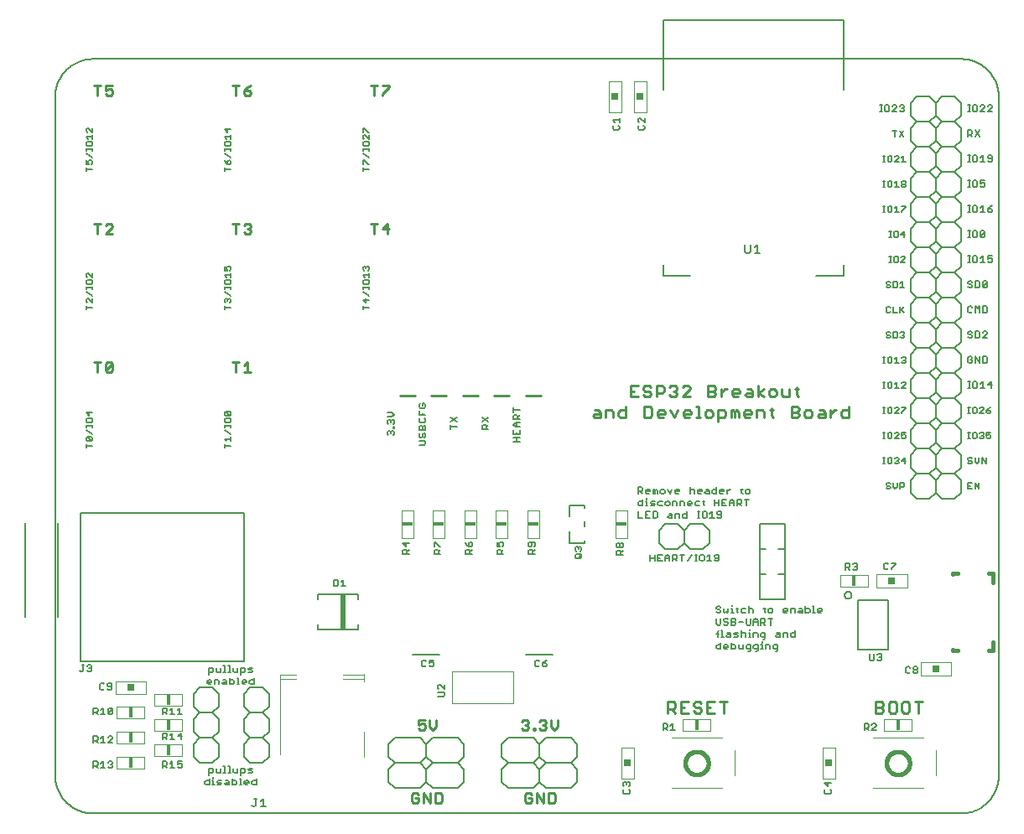
<source format=gto>
G75*
%MOIN*%
%OFA0B0*%
%FSLAX25Y25*%
%IPPOS*%
%LPD*%
%AMOC8*
5,1,8,0,0,1.08239X$1,22.5*
%
%ADD10C,0.00600*%
%ADD11C,0.01000*%
%ADD12C,0.01100*%
%ADD13R,0.02500X0.02500*%
%ADD14C,0.00276*%
%ADD15C,0.00800*%
%ADD16C,0.00500*%
%ADD17R,0.02000X0.14000*%
%ADD18C,0.00394*%
%ADD19C,0.00197*%
%ADD20R,0.01575X0.03937*%
%ADD21R,0.03937X0.01575*%
%ADD22C,0.01600*%
D10*
X0032595Y0038933D02*
X0032595Y0308933D01*
X0045293Y0296488D02*
X0044893Y0296087D01*
X0044893Y0295287D01*
X0045293Y0294886D01*
X0045293Y0296488D02*
X0045694Y0296488D01*
X0047295Y0294886D01*
X0047295Y0296488D01*
X0047295Y0293725D02*
X0047295Y0292124D01*
X0047295Y0292925D02*
X0044893Y0292925D01*
X0045694Y0292124D01*
X0045293Y0290963D02*
X0044893Y0290563D01*
X0044893Y0289762D01*
X0045293Y0289362D01*
X0046895Y0289362D01*
X0047295Y0289762D01*
X0047295Y0290563D01*
X0046895Y0290963D01*
X0045293Y0290963D01*
X0044893Y0288321D02*
X0044893Y0287520D01*
X0044893Y0287920D02*
X0047295Y0287920D01*
X0047295Y0287520D02*
X0047295Y0288321D01*
X0044893Y0286359D02*
X0047295Y0284758D01*
X0046895Y0283597D02*
X0047295Y0283196D01*
X0047295Y0282396D01*
X0046895Y0281995D01*
X0046094Y0281995D02*
X0045694Y0282796D01*
X0045694Y0283196D01*
X0046094Y0283597D01*
X0046895Y0283597D01*
X0046094Y0281995D02*
X0044893Y0281995D01*
X0044893Y0283597D01*
X0044893Y0280834D02*
X0044893Y0279233D01*
X0044893Y0280034D02*
X0047295Y0280034D01*
X0032595Y0308933D02*
X0032599Y0309295D01*
X0032613Y0309658D01*
X0032634Y0310020D01*
X0032665Y0310381D01*
X0032704Y0310741D01*
X0032752Y0311100D01*
X0032809Y0311458D01*
X0032874Y0311815D01*
X0032948Y0312170D01*
X0033031Y0312523D01*
X0033122Y0312874D01*
X0033221Y0313222D01*
X0033329Y0313568D01*
X0033445Y0313912D01*
X0033570Y0314252D01*
X0033702Y0314589D01*
X0033843Y0314923D01*
X0033992Y0315254D01*
X0034149Y0315581D01*
X0034313Y0315904D01*
X0034485Y0316223D01*
X0034665Y0316537D01*
X0034853Y0316848D01*
X0035048Y0317153D01*
X0035250Y0317454D01*
X0035460Y0317750D01*
X0035676Y0318040D01*
X0035900Y0318326D01*
X0036130Y0318606D01*
X0036367Y0318880D01*
X0036611Y0319148D01*
X0036861Y0319411D01*
X0037117Y0319667D01*
X0037380Y0319917D01*
X0037648Y0320161D01*
X0037922Y0320398D01*
X0038202Y0320628D01*
X0038488Y0320852D01*
X0038778Y0321068D01*
X0039074Y0321278D01*
X0039375Y0321480D01*
X0039680Y0321675D01*
X0039991Y0321863D01*
X0040305Y0322043D01*
X0040624Y0322215D01*
X0040947Y0322379D01*
X0041274Y0322536D01*
X0041605Y0322685D01*
X0041939Y0322826D01*
X0042276Y0322958D01*
X0042616Y0323083D01*
X0042960Y0323199D01*
X0043306Y0323307D01*
X0043654Y0323406D01*
X0044005Y0323497D01*
X0044358Y0323580D01*
X0044713Y0323654D01*
X0045070Y0323719D01*
X0045428Y0323776D01*
X0045787Y0323824D01*
X0046147Y0323863D01*
X0046508Y0323894D01*
X0046870Y0323915D01*
X0047233Y0323929D01*
X0047595Y0323933D01*
X0392595Y0323933D01*
X0392957Y0323929D01*
X0393320Y0323915D01*
X0393682Y0323894D01*
X0394043Y0323863D01*
X0394403Y0323824D01*
X0394762Y0323776D01*
X0395120Y0323719D01*
X0395477Y0323654D01*
X0395832Y0323580D01*
X0396185Y0323497D01*
X0396536Y0323406D01*
X0396884Y0323307D01*
X0397230Y0323199D01*
X0397574Y0323083D01*
X0397914Y0322958D01*
X0398251Y0322826D01*
X0398585Y0322685D01*
X0398916Y0322536D01*
X0399243Y0322379D01*
X0399566Y0322215D01*
X0399885Y0322043D01*
X0400199Y0321863D01*
X0400510Y0321675D01*
X0400815Y0321480D01*
X0401116Y0321278D01*
X0401412Y0321068D01*
X0401702Y0320852D01*
X0401988Y0320628D01*
X0402268Y0320398D01*
X0402542Y0320161D01*
X0402810Y0319917D01*
X0403073Y0319667D01*
X0403329Y0319411D01*
X0403579Y0319148D01*
X0403823Y0318880D01*
X0404060Y0318606D01*
X0404290Y0318326D01*
X0404514Y0318040D01*
X0404730Y0317750D01*
X0404940Y0317454D01*
X0405142Y0317153D01*
X0405337Y0316848D01*
X0405525Y0316537D01*
X0405705Y0316223D01*
X0405877Y0315904D01*
X0406041Y0315581D01*
X0406198Y0315254D01*
X0406347Y0314923D01*
X0406488Y0314589D01*
X0406620Y0314252D01*
X0406745Y0313912D01*
X0406861Y0313568D01*
X0406969Y0313222D01*
X0407068Y0312874D01*
X0407159Y0312523D01*
X0407242Y0312170D01*
X0407316Y0311815D01*
X0407381Y0311458D01*
X0407438Y0311100D01*
X0407486Y0310741D01*
X0407525Y0310381D01*
X0407556Y0310020D01*
X0407577Y0309658D01*
X0407591Y0309295D01*
X0407595Y0308933D01*
X0407595Y0038933D01*
X0407591Y0038571D01*
X0407577Y0038208D01*
X0407556Y0037846D01*
X0407525Y0037485D01*
X0407486Y0037125D01*
X0407438Y0036766D01*
X0407381Y0036408D01*
X0407316Y0036051D01*
X0407242Y0035696D01*
X0407159Y0035343D01*
X0407068Y0034992D01*
X0406969Y0034644D01*
X0406861Y0034298D01*
X0406745Y0033954D01*
X0406620Y0033614D01*
X0406488Y0033277D01*
X0406347Y0032943D01*
X0406198Y0032612D01*
X0406041Y0032285D01*
X0405877Y0031962D01*
X0405705Y0031643D01*
X0405525Y0031329D01*
X0405337Y0031018D01*
X0405142Y0030713D01*
X0404940Y0030412D01*
X0404730Y0030116D01*
X0404514Y0029826D01*
X0404290Y0029540D01*
X0404060Y0029260D01*
X0403823Y0028986D01*
X0403579Y0028718D01*
X0403329Y0028455D01*
X0403073Y0028199D01*
X0402810Y0027949D01*
X0402542Y0027705D01*
X0402268Y0027468D01*
X0401988Y0027238D01*
X0401702Y0027014D01*
X0401412Y0026798D01*
X0401116Y0026588D01*
X0400815Y0026386D01*
X0400510Y0026191D01*
X0400199Y0026003D01*
X0399885Y0025823D01*
X0399566Y0025651D01*
X0399243Y0025487D01*
X0398916Y0025330D01*
X0398585Y0025181D01*
X0398251Y0025040D01*
X0397914Y0024908D01*
X0397574Y0024783D01*
X0397230Y0024667D01*
X0396884Y0024559D01*
X0396536Y0024460D01*
X0396185Y0024369D01*
X0395832Y0024286D01*
X0395477Y0024212D01*
X0395120Y0024147D01*
X0394762Y0024090D01*
X0394403Y0024042D01*
X0394043Y0024003D01*
X0393682Y0023972D01*
X0393320Y0023951D01*
X0392957Y0023937D01*
X0392595Y0023933D01*
X0047595Y0023933D01*
X0047233Y0023937D01*
X0046870Y0023951D01*
X0046508Y0023972D01*
X0046147Y0024003D01*
X0045787Y0024042D01*
X0045428Y0024090D01*
X0045070Y0024147D01*
X0044713Y0024212D01*
X0044358Y0024286D01*
X0044005Y0024369D01*
X0043654Y0024460D01*
X0043306Y0024559D01*
X0042960Y0024667D01*
X0042616Y0024783D01*
X0042276Y0024908D01*
X0041939Y0025040D01*
X0041605Y0025181D01*
X0041274Y0025330D01*
X0040947Y0025487D01*
X0040624Y0025651D01*
X0040305Y0025823D01*
X0039991Y0026003D01*
X0039680Y0026191D01*
X0039375Y0026386D01*
X0039074Y0026588D01*
X0038778Y0026798D01*
X0038488Y0027014D01*
X0038202Y0027238D01*
X0037922Y0027468D01*
X0037648Y0027705D01*
X0037380Y0027949D01*
X0037117Y0028199D01*
X0036861Y0028455D01*
X0036611Y0028718D01*
X0036367Y0028986D01*
X0036130Y0029260D01*
X0035900Y0029540D01*
X0035676Y0029826D01*
X0035460Y0030116D01*
X0035250Y0030412D01*
X0035048Y0030713D01*
X0034853Y0031018D01*
X0034665Y0031329D01*
X0034485Y0031643D01*
X0034313Y0031962D01*
X0034149Y0032285D01*
X0033992Y0032612D01*
X0033843Y0032943D01*
X0033702Y0033277D01*
X0033570Y0033614D01*
X0033445Y0033954D01*
X0033329Y0034298D01*
X0033221Y0034644D01*
X0033122Y0034992D01*
X0033031Y0035343D01*
X0032948Y0035696D01*
X0032874Y0036051D01*
X0032809Y0036408D01*
X0032752Y0036766D01*
X0032704Y0037125D01*
X0032665Y0037485D01*
X0032634Y0037846D01*
X0032613Y0038208D01*
X0032599Y0038571D01*
X0032595Y0038933D01*
X0047796Y0042027D02*
X0047796Y0044629D01*
X0049097Y0044629D01*
X0049531Y0044196D01*
X0049531Y0043328D01*
X0049097Y0042895D01*
X0047796Y0042895D01*
X0048663Y0042895D02*
X0049531Y0042027D01*
X0050742Y0042027D02*
X0052477Y0042027D01*
X0051610Y0042027D02*
X0051610Y0044629D01*
X0050742Y0043762D01*
X0053689Y0044196D02*
X0054122Y0044629D01*
X0054990Y0044629D01*
X0055424Y0044196D01*
X0055424Y0043762D01*
X0054990Y0043328D01*
X0055424Y0042895D01*
X0055424Y0042461D01*
X0054990Y0042027D01*
X0054122Y0042027D01*
X0053689Y0042461D01*
X0054556Y0043328D02*
X0054990Y0043328D01*
X0055424Y0052027D02*
X0053689Y0052027D01*
X0055424Y0053762D01*
X0055424Y0054196D01*
X0054990Y0054629D01*
X0054122Y0054629D01*
X0053689Y0054196D01*
X0051610Y0054629D02*
X0051610Y0052027D01*
X0052477Y0052027D02*
X0050742Y0052027D01*
X0049531Y0052027D02*
X0048663Y0052895D01*
X0049097Y0052895D02*
X0047796Y0052895D01*
X0047796Y0052027D02*
X0047796Y0054629D01*
X0049097Y0054629D01*
X0049531Y0054196D01*
X0049531Y0053328D01*
X0049097Y0052895D01*
X0050742Y0053762D02*
X0051610Y0054629D01*
X0051610Y0063277D02*
X0051610Y0065879D01*
X0050742Y0065012D01*
X0049531Y0065446D02*
X0049531Y0064578D01*
X0049097Y0064145D01*
X0047796Y0064145D01*
X0048663Y0064145D02*
X0049531Y0063277D01*
X0050742Y0063277D02*
X0052477Y0063277D01*
X0053689Y0063711D02*
X0055424Y0065446D01*
X0055424Y0063711D01*
X0054990Y0063277D01*
X0054122Y0063277D01*
X0053689Y0063711D01*
X0053689Y0065446D01*
X0054122Y0065879D01*
X0054990Y0065879D01*
X0055424Y0065446D01*
X0049531Y0065446D02*
X0049097Y0065879D01*
X0047796Y0065879D01*
X0047796Y0063277D01*
X0050841Y0073080D02*
X0051709Y0073080D01*
X0052142Y0073514D01*
X0053354Y0073514D02*
X0053788Y0073080D01*
X0054655Y0073080D01*
X0055089Y0073514D01*
X0055089Y0075249D01*
X0054655Y0075683D01*
X0053788Y0075683D01*
X0053354Y0075249D01*
X0053354Y0074815D01*
X0053788Y0074381D01*
X0055089Y0074381D01*
X0052142Y0075249D02*
X0051709Y0075683D01*
X0050841Y0075683D01*
X0050408Y0075249D01*
X0050408Y0073514D01*
X0050841Y0073080D01*
X0046555Y0080393D02*
X0045687Y0080393D01*
X0045254Y0080827D01*
X0046121Y0081694D02*
X0046555Y0081694D01*
X0046989Y0081261D01*
X0046989Y0080827D01*
X0046555Y0080393D01*
X0046555Y0081694D02*
X0046989Y0082128D01*
X0046989Y0082562D01*
X0046555Y0082996D01*
X0045687Y0082996D01*
X0045254Y0082562D01*
X0044042Y0082996D02*
X0043175Y0082996D01*
X0043608Y0082996D02*
X0043608Y0080827D01*
X0043175Y0080393D01*
X0042741Y0080393D01*
X0042307Y0080827D01*
X0075296Y0065879D02*
X0075296Y0063277D01*
X0075296Y0064145D02*
X0076597Y0064145D01*
X0077031Y0064578D01*
X0077031Y0065446D01*
X0076597Y0065879D01*
X0075296Y0065879D01*
X0076163Y0064145D02*
X0077031Y0063277D01*
X0078242Y0063277D02*
X0079977Y0063277D01*
X0079110Y0063277D02*
X0079110Y0065879D01*
X0078242Y0065012D01*
X0081189Y0065012D02*
X0082056Y0065879D01*
X0082056Y0063277D01*
X0081189Y0063277D02*
X0082924Y0063277D01*
X0087595Y0061433D02*
X0090095Y0063933D01*
X0087595Y0066433D01*
X0087595Y0071433D01*
X0090095Y0073933D01*
X0095095Y0073933D01*
X0097595Y0071433D01*
X0097595Y0066433D01*
X0095095Y0063933D01*
X0097595Y0061433D01*
X0097595Y0056433D01*
X0095095Y0053933D01*
X0097595Y0051433D01*
X0097595Y0046433D01*
X0095095Y0043933D01*
X0090095Y0043933D01*
X0087595Y0046433D01*
X0087595Y0051433D01*
X0090095Y0053933D01*
X0087595Y0056433D01*
X0087595Y0061433D01*
X0090095Y0063933D02*
X0095095Y0063933D01*
X0095095Y0053933D02*
X0090095Y0053933D01*
X0082924Y0054578D02*
X0081189Y0054578D01*
X0082490Y0055879D01*
X0082490Y0053277D01*
X0079977Y0053277D02*
X0078242Y0053277D01*
X0079110Y0053277D02*
X0079110Y0055879D01*
X0078242Y0055012D01*
X0077031Y0055446D02*
X0077031Y0054578D01*
X0076597Y0054145D01*
X0075296Y0054145D01*
X0076163Y0054145D02*
X0077031Y0053277D01*
X0075296Y0053277D02*
X0075296Y0055879D01*
X0076597Y0055879D01*
X0077031Y0055446D01*
X0076597Y0044629D02*
X0075296Y0044629D01*
X0075296Y0042027D01*
X0075296Y0042895D02*
X0076597Y0042895D01*
X0077031Y0043328D01*
X0077031Y0044196D01*
X0076597Y0044629D01*
X0076163Y0042895D02*
X0077031Y0042027D01*
X0078242Y0042027D02*
X0079977Y0042027D01*
X0079110Y0042027D02*
X0079110Y0044629D01*
X0078242Y0043762D01*
X0081189Y0043328D02*
X0081189Y0044629D01*
X0082924Y0044629D01*
X0082490Y0043762D02*
X0082924Y0043328D01*
X0082924Y0042461D01*
X0082490Y0042027D01*
X0081622Y0042027D01*
X0081189Y0042461D01*
X0081189Y0043328D02*
X0082056Y0043762D01*
X0082490Y0043762D01*
X0092091Y0036534D02*
X0092525Y0036968D01*
X0093826Y0036968D01*
X0093826Y0037835D02*
X0093826Y0035233D01*
X0092525Y0035233D01*
X0092091Y0035667D01*
X0092091Y0036534D01*
X0095038Y0036968D02*
X0095471Y0036968D01*
X0095471Y0035233D01*
X0095038Y0035233D02*
X0095905Y0035233D01*
X0097002Y0035233D02*
X0098303Y0035233D01*
X0098737Y0035667D01*
X0098303Y0036100D01*
X0097436Y0036100D01*
X0097002Y0036534D01*
X0097436Y0036968D01*
X0098737Y0036968D01*
X0100382Y0036968D02*
X0101250Y0036968D01*
X0101683Y0036534D01*
X0101683Y0035233D01*
X0100382Y0035233D01*
X0099949Y0035667D01*
X0100382Y0036100D01*
X0101683Y0036100D01*
X0102895Y0035233D02*
X0102895Y0037835D01*
X0102895Y0036968D02*
X0104196Y0036968D01*
X0104630Y0036534D01*
X0104630Y0035667D01*
X0104196Y0035233D01*
X0102895Y0035233D01*
X0105842Y0035233D02*
X0106709Y0035233D01*
X0106275Y0035233D02*
X0106275Y0037835D01*
X0105842Y0037835D01*
X0106333Y0039166D02*
X0106333Y0041768D01*
X0107634Y0041768D01*
X0108068Y0041334D01*
X0108068Y0040467D01*
X0107634Y0040033D01*
X0106333Y0040033D01*
X0105121Y0040033D02*
X0105121Y0041768D01*
X0103386Y0041768D02*
X0103386Y0040467D01*
X0103820Y0040033D01*
X0105121Y0040033D01*
X0102289Y0040033D02*
X0101422Y0040033D01*
X0101856Y0040033D02*
X0101856Y0042635D01*
X0101422Y0042635D01*
X0099891Y0042635D02*
X0099891Y0040033D01*
X0099458Y0040033D02*
X0100325Y0040033D01*
X0098246Y0040033D02*
X0098246Y0041768D01*
X0099458Y0042635D02*
X0099891Y0042635D01*
X0098246Y0040033D02*
X0096945Y0040033D01*
X0096511Y0040467D01*
X0096511Y0041768D01*
X0095299Y0041334D02*
X0095299Y0040467D01*
X0094866Y0040033D01*
X0093564Y0040033D01*
X0093564Y0039166D02*
X0093564Y0041768D01*
X0094866Y0041768D01*
X0095299Y0041334D01*
X0095471Y0038269D02*
X0095471Y0037835D01*
X0107806Y0036534D02*
X0108240Y0036968D01*
X0109107Y0036968D01*
X0109541Y0036534D01*
X0109541Y0036100D01*
X0107806Y0036100D01*
X0107806Y0035667D02*
X0107806Y0036534D01*
X0107806Y0035667D02*
X0108240Y0035233D01*
X0109107Y0035233D01*
X0110753Y0035667D02*
X0110753Y0036534D01*
X0111186Y0036968D01*
X0112487Y0036968D01*
X0112487Y0037835D02*
X0112487Y0035233D01*
X0111186Y0035233D01*
X0110753Y0035667D01*
X0110580Y0040033D02*
X0109279Y0040033D01*
X0109713Y0040900D02*
X0109279Y0041334D01*
X0109713Y0041768D01*
X0111014Y0041768D01*
X0110580Y0040900D02*
X0109713Y0040900D01*
X0110580Y0040900D02*
X0111014Y0040467D01*
X0110580Y0040033D01*
X0110095Y0043933D02*
X0107595Y0046433D01*
X0107595Y0051433D01*
X0110095Y0053933D01*
X0107595Y0056433D01*
X0107595Y0061433D01*
X0110095Y0063933D01*
X0107595Y0066433D01*
X0107595Y0071433D01*
X0110095Y0073933D01*
X0115095Y0073933D01*
X0117595Y0071433D01*
X0117595Y0066433D01*
X0115095Y0063933D01*
X0117595Y0061433D01*
X0117595Y0056433D01*
X0115095Y0053933D01*
X0117595Y0051433D01*
X0117595Y0046433D01*
X0115095Y0043933D01*
X0110095Y0043933D01*
X0110095Y0053933D02*
X0115095Y0053933D01*
X0115095Y0063933D02*
X0110095Y0063933D01*
X0110204Y0075233D02*
X0109770Y0075667D01*
X0109770Y0076534D01*
X0110204Y0076968D01*
X0111505Y0076968D01*
X0111505Y0077835D02*
X0111505Y0075233D01*
X0110204Y0075233D01*
X0108559Y0076100D02*
X0106824Y0076100D01*
X0106824Y0075667D02*
X0106824Y0076534D01*
X0107258Y0076968D01*
X0108125Y0076968D01*
X0108559Y0076534D01*
X0108559Y0076100D01*
X0108125Y0075233D02*
X0107258Y0075233D01*
X0106824Y0075667D01*
X0105727Y0075233D02*
X0104859Y0075233D01*
X0105293Y0075233D02*
X0105293Y0077835D01*
X0104859Y0077835D01*
X0103648Y0076534D02*
X0103214Y0076968D01*
X0101913Y0076968D01*
X0101913Y0077835D02*
X0101913Y0075233D01*
X0103214Y0075233D01*
X0103648Y0075667D01*
X0103648Y0076534D01*
X0100701Y0076534D02*
X0100701Y0075233D01*
X0099400Y0075233D01*
X0098966Y0075667D01*
X0099400Y0076100D01*
X0100701Y0076100D01*
X0100701Y0076534D02*
X0100268Y0076968D01*
X0099400Y0076968D01*
X0097755Y0076534D02*
X0097755Y0075233D01*
X0097755Y0076534D02*
X0097321Y0076968D01*
X0096020Y0076968D01*
X0096020Y0075233D01*
X0094808Y0076100D02*
X0093073Y0076100D01*
X0093073Y0075667D02*
X0093073Y0076534D01*
X0093507Y0076968D01*
X0094375Y0076968D01*
X0094808Y0076534D01*
X0094808Y0076100D01*
X0094375Y0075233D02*
X0093507Y0075233D01*
X0093073Y0075667D01*
X0093564Y0079166D02*
X0093564Y0081768D01*
X0094866Y0081768D01*
X0095299Y0081334D01*
X0095299Y0080467D01*
X0094866Y0080033D01*
X0093564Y0080033D01*
X0096511Y0080467D02*
X0096945Y0080033D01*
X0098246Y0080033D01*
X0098246Y0081768D01*
X0099458Y0082635D02*
X0099891Y0082635D01*
X0099891Y0080033D01*
X0099458Y0080033D02*
X0100325Y0080033D01*
X0101422Y0080033D02*
X0102289Y0080033D01*
X0101856Y0080033D02*
X0101856Y0082635D01*
X0101422Y0082635D01*
X0103386Y0081768D02*
X0103386Y0080467D01*
X0103820Y0080033D01*
X0105121Y0080033D01*
X0105121Y0081768D01*
X0106333Y0081768D02*
X0106333Y0079166D01*
X0106333Y0080033D02*
X0107634Y0080033D01*
X0108068Y0080467D01*
X0108068Y0081334D01*
X0107634Y0081768D01*
X0106333Y0081768D01*
X0109279Y0081334D02*
X0109713Y0081768D01*
X0111014Y0081768D01*
X0110580Y0080900D02*
X0109713Y0080900D01*
X0109279Y0081334D01*
X0109279Y0080033D02*
X0110580Y0080033D01*
X0111014Y0080467D01*
X0110580Y0080900D01*
X0096511Y0080467D02*
X0096511Y0081768D01*
X0143252Y0114283D02*
X0144553Y0114283D01*
X0144987Y0114717D01*
X0144987Y0116452D01*
X0144553Y0116885D01*
X0143252Y0116885D01*
X0143252Y0114283D01*
X0146199Y0114283D02*
X0147933Y0114283D01*
X0147066Y0114283D02*
X0147066Y0116885D01*
X0146199Y0116018D01*
X0170649Y0127080D02*
X0170649Y0128381D01*
X0171083Y0128815D01*
X0171950Y0128815D01*
X0172384Y0128381D01*
X0172384Y0127080D01*
X0173251Y0127080D02*
X0170649Y0127080D01*
X0172384Y0127948D02*
X0173251Y0128815D01*
X0171950Y0130027D02*
X0171950Y0131762D01*
X0173251Y0131328D02*
X0170649Y0131328D01*
X0171950Y0130027D01*
X0183149Y0130027D02*
X0183149Y0131762D01*
X0183583Y0131762D01*
X0185317Y0130027D01*
X0185751Y0130027D01*
X0185751Y0128815D02*
X0184884Y0127948D01*
X0184884Y0128381D02*
X0184884Y0127080D01*
X0185751Y0127080D02*
X0183149Y0127080D01*
X0183149Y0128381D01*
X0183583Y0128815D01*
X0184450Y0128815D01*
X0184884Y0128381D01*
X0195649Y0128381D02*
X0196083Y0128815D01*
X0196950Y0128815D01*
X0197384Y0128381D01*
X0197384Y0127080D01*
X0198251Y0127080D02*
X0195649Y0127080D01*
X0195649Y0128381D01*
X0197384Y0127948D02*
X0198251Y0128815D01*
X0197817Y0130027D02*
X0198251Y0130460D01*
X0198251Y0131328D01*
X0197817Y0131762D01*
X0197384Y0131762D01*
X0196950Y0131328D01*
X0196950Y0130027D01*
X0197817Y0130027D01*
X0196950Y0130027D02*
X0196083Y0130894D01*
X0195649Y0131762D01*
X0208149Y0131762D02*
X0208149Y0130027D01*
X0209450Y0130027D01*
X0209016Y0130894D01*
X0209016Y0131328D01*
X0209450Y0131762D01*
X0210317Y0131762D01*
X0210751Y0131328D01*
X0210751Y0130460D01*
X0210317Y0130027D01*
X0210751Y0128815D02*
X0209884Y0127948D01*
X0209884Y0128381D02*
X0209884Y0127080D01*
X0210751Y0127080D02*
X0208149Y0127080D01*
X0208149Y0128381D01*
X0208583Y0128815D01*
X0209450Y0128815D01*
X0209884Y0128381D01*
X0220649Y0128381D02*
X0221083Y0128815D01*
X0221950Y0128815D01*
X0222384Y0128381D01*
X0222384Y0127080D01*
X0223251Y0127080D02*
X0220649Y0127080D01*
X0220649Y0128381D01*
X0221083Y0130027D02*
X0221516Y0130027D01*
X0221950Y0130460D01*
X0221950Y0131762D01*
X0222817Y0131762D02*
X0221083Y0131762D01*
X0220649Y0131328D01*
X0220649Y0130460D01*
X0221083Y0130027D01*
X0222817Y0130027D02*
X0223251Y0130460D01*
X0223251Y0131328D01*
X0222817Y0131762D01*
X0223251Y0128815D02*
X0222384Y0127948D01*
X0239193Y0128613D02*
X0239193Y0129481D01*
X0239627Y0129914D01*
X0240060Y0129914D01*
X0240494Y0129481D01*
X0240928Y0129914D01*
X0241361Y0129914D01*
X0241795Y0129481D01*
X0241795Y0128613D01*
X0241361Y0128180D01*
X0241361Y0126968D02*
X0241795Y0126534D01*
X0241795Y0125667D01*
X0241361Y0125233D01*
X0239627Y0125233D01*
X0239193Y0125667D01*
X0239193Y0126534D01*
X0239627Y0126968D01*
X0241361Y0126968D01*
X0241795Y0126968D02*
X0240928Y0126100D01*
X0239627Y0128180D02*
X0239193Y0128613D01*
X0240494Y0129047D02*
X0240494Y0129481D01*
X0255687Y0130123D02*
X0255687Y0130991D01*
X0256121Y0131424D01*
X0256554Y0131424D01*
X0256988Y0130991D01*
X0256988Y0130123D01*
X0256554Y0129689D01*
X0256121Y0129689D01*
X0255687Y0130123D01*
X0256988Y0130123D02*
X0257422Y0129689D01*
X0257856Y0129689D01*
X0258289Y0130123D01*
X0258289Y0130991D01*
X0257856Y0131424D01*
X0257422Y0131424D01*
X0256988Y0130991D01*
X0256988Y0128478D02*
X0257422Y0128044D01*
X0257422Y0126743D01*
X0258289Y0126743D02*
X0255687Y0126743D01*
X0255687Y0128044D01*
X0256121Y0128478D01*
X0256988Y0128478D01*
X0257422Y0127610D02*
X0258289Y0128478D01*
X0269145Y0126835D02*
X0269145Y0124233D01*
X0269145Y0125534D02*
X0270880Y0125534D01*
X0272092Y0125534D02*
X0272959Y0125534D01*
X0272092Y0124233D02*
X0273826Y0124233D01*
X0275038Y0124233D02*
X0275038Y0125968D01*
X0275906Y0126835D01*
X0276773Y0125968D01*
X0276773Y0124233D01*
X0277985Y0124233D02*
X0277985Y0126835D01*
X0279286Y0126835D01*
X0279720Y0126402D01*
X0279720Y0125534D01*
X0279286Y0125100D01*
X0277985Y0125100D01*
X0278852Y0125100D02*
X0279720Y0124233D01*
X0281799Y0124233D02*
X0281799Y0126835D01*
X0282666Y0126835D02*
X0280931Y0126835D01*
X0280095Y0128933D02*
X0275095Y0128933D01*
X0272595Y0131433D01*
X0272595Y0136433D01*
X0275095Y0138933D01*
X0280095Y0138933D01*
X0282595Y0136433D01*
X0285095Y0138933D01*
X0290095Y0138933D01*
X0292595Y0136433D01*
X0292595Y0131433D01*
X0290095Y0128933D01*
X0285095Y0128933D01*
X0282595Y0131433D01*
X0280095Y0128933D01*
X0282595Y0131433D02*
X0282595Y0136433D01*
X0282390Y0141433D02*
X0281957Y0141867D01*
X0281957Y0142734D01*
X0282390Y0143168D01*
X0283692Y0143168D01*
X0283692Y0144035D02*
X0283692Y0141433D01*
X0282390Y0141433D01*
X0280745Y0141433D02*
X0280745Y0142734D01*
X0280311Y0143168D01*
X0279010Y0143168D01*
X0279010Y0141433D01*
X0277798Y0141433D02*
X0276497Y0141433D01*
X0276064Y0141867D01*
X0276497Y0142300D01*
X0277798Y0142300D01*
X0277798Y0142734D02*
X0277798Y0141433D01*
X0277798Y0142734D02*
X0277365Y0143168D01*
X0276497Y0143168D01*
X0276383Y0146233D02*
X0276816Y0146667D01*
X0276816Y0147534D01*
X0276383Y0147968D01*
X0275515Y0147968D01*
X0275081Y0147534D01*
X0275081Y0146667D01*
X0275515Y0146233D01*
X0276383Y0146233D01*
X0278028Y0146233D02*
X0278028Y0147968D01*
X0279329Y0147968D01*
X0279763Y0147534D01*
X0279763Y0146233D01*
X0280975Y0146233D02*
X0280975Y0147968D01*
X0282276Y0147968D01*
X0282709Y0147534D01*
X0282709Y0146233D01*
X0283921Y0146667D02*
X0283921Y0147534D01*
X0284355Y0147968D01*
X0285222Y0147968D01*
X0285656Y0147534D01*
X0285656Y0147100D01*
X0283921Y0147100D01*
X0283921Y0146667D02*
X0284355Y0146233D01*
X0285222Y0146233D01*
X0286868Y0146667D02*
X0287301Y0146233D01*
X0288602Y0146233D01*
X0290248Y0146667D02*
X0290681Y0146233D01*
X0290248Y0146667D02*
X0290248Y0148402D01*
X0289814Y0147968D02*
X0290681Y0147968D01*
X0288602Y0147968D02*
X0287301Y0147968D01*
X0286868Y0147534D01*
X0286868Y0146667D01*
X0287850Y0144035D02*
X0288717Y0144035D01*
X0288283Y0144035D02*
X0288283Y0141433D01*
X0287850Y0141433D02*
X0288717Y0141433D01*
X0289814Y0141867D02*
X0290248Y0141433D01*
X0291115Y0141433D01*
X0291549Y0141867D01*
X0291549Y0143602D01*
X0291115Y0144035D01*
X0290248Y0144035D01*
X0289814Y0143602D01*
X0289814Y0141867D01*
X0292761Y0141433D02*
X0294495Y0141433D01*
X0293628Y0141433D02*
X0293628Y0144035D01*
X0292761Y0143168D01*
X0295707Y0143168D02*
X0296141Y0142734D01*
X0297442Y0142734D01*
X0297442Y0141867D02*
X0297442Y0143602D01*
X0297008Y0144035D01*
X0296141Y0144035D01*
X0295707Y0143602D01*
X0295707Y0143168D01*
X0295707Y0141867D02*
X0296141Y0141433D01*
X0297008Y0141433D01*
X0297442Y0141867D01*
X0297671Y0146233D02*
X0299406Y0146233D01*
X0300618Y0146233D02*
X0300618Y0147968D01*
X0301485Y0148835D01*
X0302353Y0147968D01*
X0302353Y0146233D01*
X0303565Y0146233D02*
X0303565Y0148835D01*
X0304866Y0148835D01*
X0305299Y0148402D01*
X0305299Y0147534D01*
X0304866Y0147100D01*
X0303565Y0147100D01*
X0304432Y0147100D02*
X0305299Y0146233D01*
X0307378Y0146233D02*
X0307378Y0148835D01*
X0306511Y0148835D02*
X0308246Y0148835D01*
X0308303Y0151033D02*
X0308737Y0151467D01*
X0308737Y0152334D01*
X0308303Y0152768D01*
X0307436Y0152768D01*
X0307002Y0152334D01*
X0307002Y0151467D01*
X0307436Y0151033D01*
X0308303Y0151033D01*
X0305905Y0151033D02*
X0305471Y0151467D01*
X0305471Y0153202D01*
X0305038Y0152768D02*
X0305905Y0152768D01*
X0302353Y0147534D02*
X0300618Y0147534D01*
X0299406Y0148835D02*
X0297671Y0148835D01*
X0297671Y0146233D01*
X0296460Y0146233D02*
X0296460Y0148835D01*
X0296460Y0147534D02*
X0294725Y0147534D01*
X0294725Y0146233D02*
X0294725Y0148835D01*
X0294176Y0151033D02*
X0293743Y0151467D01*
X0293743Y0152334D01*
X0294176Y0152768D01*
X0295478Y0152768D01*
X0295478Y0153635D02*
X0295478Y0151033D01*
X0294176Y0151033D01*
X0292531Y0151033D02*
X0291230Y0151033D01*
X0290796Y0151467D01*
X0291230Y0151900D01*
X0292531Y0151900D01*
X0292531Y0152334D02*
X0292531Y0151033D01*
X0292531Y0152334D02*
X0292097Y0152768D01*
X0291230Y0152768D01*
X0289585Y0152334D02*
X0289585Y0151900D01*
X0287850Y0151900D01*
X0287850Y0151467D02*
X0287850Y0152334D01*
X0288283Y0152768D01*
X0289151Y0152768D01*
X0289585Y0152334D01*
X0289151Y0151033D02*
X0288283Y0151033D01*
X0287850Y0151467D01*
X0286638Y0151033D02*
X0286638Y0152334D01*
X0286204Y0152768D01*
X0285337Y0152768D01*
X0284903Y0152334D01*
X0284903Y0153635D02*
X0284903Y0151033D01*
X0280745Y0151900D02*
X0279010Y0151900D01*
X0279010Y0151467D02*
X0279010Y0152334D01*
X0279444Y0152768D01*
X0280311Y0152768D01*
X0280745Y0152334D01*
X0280745Y0151900D01*
X0280311Y0151033D02*
X0279444Y0151033D01*
X0279010Y0151467D01*
X0277798Y0152768D02*
X0276931Y0151033D01*
X0276064Y0152768D01*
X0274852Y0152334D02*
X0274418Y0152768D01*
X0273551Y0152768D01*
X0273117Y0152334D01*
X0273117Y0151467D01*
X0273551Y0151033D01*
X0274418Y0151033D01*
X0274852Y0151467D01*
X0274852Y0152334D01*
X0271905Y0152334D02*
X0271905Y0151033D01*
X0271038Y0151033D02*
X0271038Y0152334D01*
X0271472Y0152768D01*
X0271905Y0152334D01*
X0271038Y0152334D02*
X0270604Y0152768D01*
X0270171Y0152768D01*
X0270171Y0151033D01*
X0268959Y0151900D02*
X0267224Y0151900D01*
X0267224Y0151467D02*
X0267224Y0152334D01*
X0267658Y0152768D01*
X0268525Y0152768D01*
X0268959Y0152334D01*
X0268959Y0151900D01*
X0268525Y0151033D02*
X0267658Y0151033D01*
X0267224Y0151467D01*
X0266012Y0151033D02*
X0265145Y0151900D01*
X0265579Y0151900D02*
X0264278Y0151900D01*
X0264278Y0151033D02*
X0264278Y0153635D01*
X0265579Y0153635D01*
X0266012Y0153202D01*
X0266012Y0152334D01*
X0265579Y0151900D01*
X0266012Y0148835D02*
X0266012Y0146233D01*
X0264711Y0146233D01*
X0264278Y0146667D01*
X0264278Y0147534D01*
X0264711Y0147968D01*
X0266012Y0147968D01*
X0267224Y0147968D02*
X0267658Y0147968D01*
X0267658Y0146233D01*
X0267224Y0146233D02*
X0268092Y0146233D01*
X0269188Y0146233D02*
X0270490Y0146233D01*
X0270923Y0146667D01*
X0270490Y0147100D01*
X0269622Y0147100D01*
X0269188Y0147534D01*
X0269622Y0147968D01*
X0270923Y0147968D01*
X0272135Y0147534D02*
X0272135Y0146667D01*
X0272569Y0146233D01*
X0273870Y0146233D01*
X0273870Y0147968D02*
X0272569Y0147968D01*
X0272135Y0147534D01*
X0271472Y0144035D02*
X0270171Y0144035D01*
X0270171Y0141433D01*
X0271472Y0141433D01*
X0271905Y0141867D01*
X0271905Y0143602D01*
X0271472Y0144035D01*
X0268959Y0144035D02*
X0267224Y0144035D01*
X0267224Y0141433D01*
X0268959Y0141433D01*
X0268092Y0142734D02*
X0267224Y0142734D01*
X0266012Y0141433D02*
X0264278Y0141433D01*
X0264278Y0144035D01*
X0267658Y0148835D02*
X0267658Y0149269D01*
X0270880Y0126835D02*
X0270880Y0124233D01*
X0272092Y0124233D02*
X0272092Y0126835D01*
X0273826Y0126835D01*
X0275038Y0125534D02*
X0276773Y0125534D01*
X0283878Y0124233D02*
X0285613Y0126835D01*
X0286824Y0126835D02*
X0287692Y0126835D01*
X0287258Y0126835D02*
X0287258Y0124233D01*
X0286824Y0124233D02*
X0287692Y0124233D01*
X0288789Y0124667D02*
X0288789Y0126402D01*
X0289222Y0126835D01*
X0290090Y0126835D01*
X0290523Y0126402D01*
X0290523Y0124667D01*
X0290090Y0124233D01*
X0289222Y0124233D01*
X0288789Y0124667D01*
X0291735Y0124233D02*
X0293470Y0124233D01*
X0292603Y0124233D02*
X0292603Y0126835D01*
X0291735Y0125968D01*
X0294682Y0125968D02*
X0294682Y0126402D01*
X0295115Y0126835D01*
X0295983Y0126835D01*
X0296416Y0126402D01*
X0296416Y0124667D01*
X0295983Y0124233D01*
X0295115Y0124233D01*
X0294682Y0124667D01*
X0295115Y0125534D02*
X0296416Y0125534D01*
X0295115Y0125534D02*
X0294682Y0125968D01*
X0312595Y0128933D02*
X0312595Y0138933D01*
X0322595Y0138933D01*
X0322595Y0128933D01*
X0322595Y0118933D01*
X0322595Y0108933D01*
X0312595Y0108933D01*
X0312595Y0118933D01*
X0312595Y0128933D01*
X0308163Y0106235D02*
X0308163Y0103633D01*
X0306952Y0103633D02*
X0305651Y0103633D01*
X0305217Y0104067D01*
X0305217Y0104934D01*
X0305651Y0105368D01*
X0306952Y0105368D01*
X0308163Y0104934D02*
X0308597Y0105368D01*
X0309464Y0105368D01*
X0309898Y0104934D01*
X0309898Y0103633D01*
X0308916Y0101435D02*
X0308916Y0099267D01*
X0308482Y0098833D01*
X0307615Y0098833D01*
X0307181Y0099267D01*
X0307181Y0101435D01*
X0305970Y0100134D02*
X0304235Y0100134D01*
X0303023Y0099700D02*
X0303023Y0099267D01*
X0302589Y0098833D01*
X0301288Y0098833D01*
X0301288Y0101435D01*
X0302589Y0101435D01*
X0303023Y0101002D01*
X0303023Y0100568D01*
X0302589Y0100134D01*
X0301288Y0100134D01*
X0300076Y0099700D02*
X0300076Y0099267D01*
X0299643Y0098833D01*
X0298775Y0098833D01*
X0298342Y0099267D01*
X0298775Y0100134D02*
X0299643Y0100134D01*
X0300076Y0099700D01*
X0300076Y0101002D02*
X0299643Y0101435D01*
X0298775Y0101435D01*
X0298342Y0101002D01*
X0298342Y0100568D01*
X0298775Y0100134D01*
X0297130Y0099267D02*
X0297130Y0101435D01*
X0295395Y0101435D02*
X0295395Y0099267D01*
X0295829Y0098833D01*
X0296696Y0098833D01*
X0297130Y0099267D01*
X0297359Y0096635D02*
X0297793Y0096635D01*
X0297793Y0094033D01*
X0297359Y0094033D02*
X0298227Y0094033D01*
X0299324Y0094467D02*
X0299758Y0094900D01*
X0301059Y0094900D01*
X0301059Y0095334D02*
X0301059Y0094033D01*
X0299758Y0094033D01*
X0299324Y0094467D01*
X0299758Y0095768D02*
X0300625Y0095768D01*
X0301059Y0095334D01*
X0302270Y0095334D02*
X0302704Y0095768D01*
X0304005Y0095768D01*
X0303571Y0094900D02*
X0302704Y0094900D01*
X0302270Y0095334D01*
X0302270Y0094033D02*
X0303571Y0094033D01*
X0304005Y0094467D01*
X0303571Y0094900D01*
X0305217Y0095334D02*
X0305651Y0095768D01*
X0306518Y0095768D01*
X0306952Y0095334D01*
X0306952Y0094033D01*
X0308163Y0094033D02*
X0309031Y0094033D01*
X0308597Y0094033D02*
X0308597Y0095768D01*
X0308163Y0095768D01*
X0308597Y0096635D02*
X0308597Y0097069D01*
X0310128Y0095768D02*
X0310128Y0094033D01*
X0311863Y0094033D02*
X0311863Y0095334D01*
X0311429Y0095768D01*
X0310128Y0095768D01*
X0313074Y0095334D02*
X0313508Y0095768D01*
X0314809Y0095768D01*
X0314809Y0093599D01*
X0314375Y0093166D01*
X0313942Y0093166D01*
X0313508Y0094033D02*
X0314809Y0094033D01*
X0313508Y0094033D02*
X0313074Y0094467D01*
X0313074Y0095334D01*
X0313508Y0092269D02*
X0313508Y0091835D01*
X0313508Y0090968D02*
X0313508Y0089233D01*
X0313074Y0089233D02*
X0313942Y0089233D01*
X0315039Y0089233D02*
X0315039Y0090968D01*
X0316340Y0090968D01*
X0316773Y0090534D01*
X0316773Y0089233D01*
X0317985Y0089667D02*
X0318419Y0089233D01*
X0319720Y0089233D01*
X0319720Y0088799D02*
X0319720Y0090968D01*
X0318419Y0090968D01*
X0317985Y0090534D01*
X0317985Y0089667D01*
X0318853Y0088366D02*
X0319286Y0088366D01*
X0319720Y0088799D01*
X0319401Y0094033D02*
X0318967Y0094467D01*
X0319401Y0094900D01*
X0320702Y0094900D01*
X0320702Y0095334D02*
X0320702Y0094033D01*
X0319401Y0094033D01*
X0319401Y0095768D02*
X0320268Y0095768D01*
X0320702Y0095334D01*
X0321914Y0095768D02*
X0321914Y0094033D01*
X0323649Y0094033D02*
X0323649Y0095334D01*
X0323215Y0095768D01*
X0321914Y0095768D01*
X0324860Y0095334D02*
X0325294Y0095768D01*
X0326595Y0095768D01*
X0326595Y0096635D02*
X0326595Y0094033D01*
X0325294Y0094033D01*
X0324860Y0094467D01*
X0324860Y0095334D01*
X0316888Y0098833D02*
X0316888Y0101435D01*
X0316021Y0101435D02*
X0317756Y0101435D01*
X0317322Y0103633D02*
X0317756Y0104067D01*
X0317756Y0104934D01*
X0317322Y0105368D01*
X0316454Y0105368D01*
X0316021Y0104934D01*
X0316021Y0104067D01*
X0316454Y0103633D01*
X0317322Y0103633D01*
X0314924Y0103633D02*
X0314490Y0104067D01*
X0314490Y0105802D01*
X0314056Y0105368D02*
X0314924Y0105368D01*
X0314375Y0101435D02*
X0313074Y0101435D01*
X0313074Y0098833D01*
X0313074Y0099700D02*
X0314375Y0099700D01*
X0314809Y0100134D01*
X0314809Y0101002D01*
X0314375Y0101435D01*
X0313942Y0099700D02*
X0314809Y0098833D01*
X0311863Y0098833D02*
X0311863Y0100568D01*
X0310995Y0101435D01*
X0310128Y0100568D01*
X0310128Y0098833D01*
X0310128Y0100134D02*
X0311863Y0100134D01*
X0305217Y0096635D02*
X0305217Y0094033D01*
X0305970Y0090968D02*
X0305970Y0089233D01*
X0304668Y0089233D01*
X0304235Y0089667D01*
X0304235Y0090968D01*
X0303023Y0090534D02*
X0302589Y0090968D01*
X0301288Y0090968D01*
X0301288Y0091835D02*
X0301288Y0089233D01*
X0302589Y0089233D01*
X0303023Y0089667D01*
X0303023Y0090534D01*
X0300076Y0090534D02*
X0300076Y0090100D01*
X0298342Y0090100D01*
X0298342Y0089667D02*
X0298342Y0090534D01*
X0298775Y0090968D01*
X0299643Y0090968D01*
X0300076Y0090534D01*
X0299643Y0089233D02*
X0298775Y0089233D01*
X0298342Y0089667D01*
X0297130Y0089233D02*
X0295829Y0089233D01*
X0295395Y0089667D01*
X0295395Y0090534D01*
X0295829Y0090968D01*
X0297130Y0090968D01*
X0297130Y0091835D02*
X0297130Y0089233D01*
X0295829Y0094033D02*
X0295829Y0096202D01*
X0296263Y0096635D01*
X0296263Y0095334D02*
X0295395Y0095334D01*
X0302589Y0100134D02*
X0303023Y0099700D01*
X0302156Y0103633D02*
X0301288Y0103633D01*
X0301722Y0103633D02*
X0301722Y0105368D01*
X0301288Y0105368D01*
X0301722Y0106235D02*
X0301722Y0106669D01*
X0303253Y0105368D02*
X0304120Y0105368D01*
X0303686Y0105802D02*
X0303686Y0104067D01*
X0304120Y0103633D01*
X0300076Y0104067D02*
X0300076Y0105368D01*
X0300076Y0104067D02*
X0299643Y0103633D01*
X0299209Y0104067D01*
X0298775Y0103633D01*
X0298342Y0104067D01*
X0298342Y0105368D01*
X0297130Y0105802D02*
X0296696Y0106235D01*
X0295829Y0106235D01*
X0295395Y0105802D01*
X0295395Y0105368D01*
X0295829Y0104934D01*
X0296696Y0104934D01*
X0297130Y0104500D01*
X0297130Y0104067D01*
X0296696Y0103633D01*
X0295829Y0103633D01*
X0295395Y0104067D01*
X0307615Y0090968D02*
X0307181Y0090534D01*
X0307181Y0089667D01*
X0307615Y0089233D01*
X0308916Y0089233D01*
X0308916Y0088799D02*
X0308916Y0090968D01*
X0307615Y0090968D01*
X0308916Y0088799D02*
X0308482Y0088366D01*
X0308049Y0088366D01*
X0310128Y0089667D02*
X0310561Y0089233D01*
X0311863Y0089233D01*
X0311863Y0088799D02*
X0311863Y0090968D01*
X0310561Y0090968D01*
X0310128Y0090534D01*
X0310128Y0089667D01*
X0310995Y0088366D02*
X0311429Y0088366D01*
X0311863Y0088799D01*
X0313074Y0090968D02*
X0313508Y0090968D01*
X0322348Y0103633D02*
X0321914Y0104067D01*
X0321914Y0104934D01*
X0322348Y0105368D01*
X0323215Y0105368D01*
X0323649Y0104934D01*
X0323649Y0104500D01*
X0321914Y0104500D01*
X0322348Y0103633D02*
X0323215Y0103633D01*
X0324860Y0103633D02*
X0324860Y0105368D01*
X0326161Y0105368D01*
X0326595Y0104934D01*
X0326595Y0103633D01*
X0327807Y0104067D02*
X0328241Y0104500D01*
X0329542Y0104500D01*
X0329542Y0104934D02*
X0329542Y0103633D01*
X0328241Y0103633D01*
X0327807Y0104067D01*
X0328241Y0105368D02*
X0329108Y0105368D01*
X0329542Y0104934D01*
X0330753Y0105368D02*
X0332054Y0105368D01*
X0332488Y0104934D01*
X0332488Y0104067D01*
X0332054Y0103633D01*
X0330753Y0103633D01*
X0330753Y0106235D01*
X0333700Y0106235D02*
X0334134Y0106235D01*
X0334134Y0103633D01*
X0334567Y0103633D02*
X0333700Y0103633D01*
X0335664Y0104067D02*
X0335664Y0104934D01*
X0336098Y0105368D01*
X0336965Y0105368D01*
X0337399Y0104934D01*
X0337399Y0104500D01*
X0335664Y0104500D01*
X0335664Y0104067D02*
X0336098Y0103633D01*
X0336965Y0103633D01*
X0346655Y0120739D02*
X0346655Y0123341D01*
X0347956Y0123341D01*
X0348390Y0122907D01*
X0348390Y0122040D01*
X0347956Y0121606D01*
X0346655Y0121606D01*
X0347522Y0121606D02*
X0348390Y0120739D01*
X0349602Y0121173D02*
X0350035Y0120739D01*
X0350903Y0120739D01*
X0351336Y0121173D01*
X0351336Y0121606D01*
X0350903Y0122040D01*
X0350469Y0122040D01*
X0350903Y0122040D02*
X0351336Y0122474D01*
X0351336Y0122907D01*
X0350903Y0123341D01*
X0350035Y0123341D01*
X0349602Y0122907D01*
X0361990Y0123104D02*
X0361990Y0121370D01*
X0362423Y0120936D01*
X0363291Y0120936D01*
X0363724Y0121370D01*
X0364936Y0121370D02*
X0366671Y0123104D01*
X0366671Y0123538D01*
X0364936Y0123538D01*
X0363724Y0123104D02*
X0363291Y0123538D01*
X0362423Y0123538D01*
X0361990Y0123104D01*
X0364936Y0121370D02*
X0364936Y0120936D01*
X0375095Y0148933D02*
X0372595Y0151433D01*
X0372595Y0156433D01*
X0375095Y0158933D01*
X0372595Y0161433D01*
X0372595Y0166433D01*
X0375095Y0168933D01*
X0372595Y0171433D01*
X0372595Y0176433D01*
X0375095Y0178933D01*
X0372595Y0181433D01*
X0372595Y0186433D01*
X0375095Y0188933D01*
X0372595Y0191433D01*
X0372595Y0196433D01*
X0375095Y0198933D01*
X0372595Y0201433D01*
X0372595Y0206433D01*
X0375095Y0208933D01*
X0372595Y0211433D01*
X0372595Y0216433D01*
X0375095Y0218933D01*
X0372595Y0221433D01*
X0372595Y0226433D01*
X0375095Y0228933D01*
X0372595Y0231433D01*
X0372595Y0236433D01*
X0375095Y0238933D01*
X0372595Y0241433D01*
X0372595Y0246433D01*
X0375095Y0248933D01*
X0380095Y0248933D01*
X0382595Y0246433D01*
X0382595Y0241433D01*
X0385095Y0238933D01*
X0382595Y0236433D01*
X0382595Y0231433D01*
X0385095Y0228933D01*
X0382595Y0226433D01*
X0382595Y0221433D01*
X0385095Y0218933D01*
X0382595Y0216433D01*
X0382595Y0211433D01*
X0385095Y0208933D01*
X0382595Y0206433D01*
X0382595Y0201433D01*
X0385095Y0198933D01*
X0390095Y0198933D01*
X0392595Y0201433D01*
X0392595Y0206433D01*
X0390095Y0208933D01*
X0385095Y0208933D01*
X0382595Y0206433D02*
X0380095Y0208933D01*
X0375095Y0208933D01*
X0380095Y0208933D02*
X0382595Y0211433D01*
X0382595Y0216433D02*
X0380095Y0218933D01*
X0375095Y0218933D01*
X0380095Y0218933D02*
X0382595Y0221433D01*
X0385095Y0218933D02*
X0390095Y0218933D01*
X0392595Y0216433D01*
X0392595Y0211433D01*
X0390095Y0208933D01*
X0395395Y0205152D02*
X0395395Y0203417D01*
X0395829Y0202983D01*
X0396696Y0202983D01*
X0397130Y0203417D01*
X0397130Y0204284D01*
X0396263Y0204284D01*
X0397130Y0205152D02*
X0396696Y0205585D01*
X0395829Y0205585D01*
X0395395Y0205152D01*
X0398342Y0205585D02*
X0400076Y0202983D01*
X0400076Y0205585D01*
X0401288Y0205585D02*
X0402589Y0205585D01*
X0403023Y0205152D01*
X0403023Y0203417D01*
X0402589Y0202983D01*
X0401288Y0202983D01*
X0401288Y0205585D01*
X0398342Y0205585D02*
X0398342Y0202983D01*
X0392595Y0196433D02*
X0390095Y0198933D01*
X0385095Y0198933D01*
X0382595Y0196433D01*
X0382595Y0191433D01*
X0385095Y0188933D01*
X0382595Y0186433D01*
X0382595Y0181433D01*
X0385095Y0178933D01*
X0382595Y0176433D01*
X0382595Y0171433D01*
X0385095Y0168933D01*
X0382595Y0166433D01*
X0382595Y0161433D01*
X0385095Y0158933D01*
X0382595Y0156433D01*
X0382595Y0151433D01*
X0385095Y0148933D01*
X0390095Y0148933D01*
X0392595Y0151433D01*
X0392595Y0156433D01*
X0390095Y0158933D01*
X0385095Y0158933D01*
X0382595Y0156433D02*
X0380095Y0158933D01*
X0375095Y0158933D01*
X0380095Y0158933D02*
X0382595Y0161433D01*
X0382595Y0166433D02*
X0380095Y0168933D01*
X0375095Y0168933D01*
X0380095Y0168933D02*
X0382595Y0171433D01*
X0385095Y0168933D02*
X0390095Y0168933D01*
X0392595Y0166433D01*
X0392595Y0161433D01*
X0390095Y0158933D01*
X0395395Y0155385D02*
X0395395Y0152983D01*
X0396997Y0152983D01*
X0398157Y0152983D02*
X0398157Y0155385D01*
X0399759Y0152983D01*
X0399759Y0155385D01*
X0396997Y0155385D02*
X0395395Y0155385D01*
X0395395Y0154184D02*
X0396196Y0154184D01*
X0396596Y0162983D02*
X0395795Y0162983D01*
X0395395Y0163383D01*
X0395795Y0164184D02*
X0396596Y0164184D01*
X0396997Y0163784D01*
X0396997Y0163383D01*
X0396596Y0162983D01*
X0395795Y0164184D02*
X0395395Y0164584D01*
X0395395Y0164985D01*
X0395795Y0165385D01*
X0396596Y0165385D01*
X0396997Y0164985D01*
X0398157Y0165385D02*
X0398157Y0163784D01*
X0398958Y0162983D01*
X0399759Y0163784D01*
X0399759Y0165385D01*
X0400920Y0165385D02*
X0402521Y0162983D01*
X0402521Y0165385D01*
X0400920Y0165385D02*
X0400920Y0162983D01*
X0392595Y0171433D02*
X0390095Y0168933D01*
X0392595Y0171433D02*
X0392595Y0176433D01*
X0390095Y0178933D01*
X0385095Y0178933D01*
X0382595Y0176433D02*
X0380095Y0178933D01*
X0375095Y0178933D01*
X0380095Y0178933D02*
X0382595Y0181433D01*
X0382595Y0186433D02*
X0380095Y0188933D01*
X0375095Y0188933D01*
X0380095Y0188933D02*
X0382595Y0191433D01*
X0385095Y0188933D02*
X0390095Y0188933D01*
X0392595Y0186433D01*
X0392595Y0181433D01*
X0390095Y0178933D01*
X0395395Y0175385D02*
X0396196Y0175385D01*
X0395795Y0175385D02*
X0395795Y0172983D01*
X0395395Y0172983D02*
X0396196Y0172983D01*
X0397237Y0173383D02*
X0397637Y0172983D01*
X0398438Y0172983D01*
X0398838Y0173383D01*
X0398838Y0174985D01*
X0398438Y0175385D01*
X0397637Y0175385D01*
X0397237Y0174985D01*
X0397237Y0173383D01*
X0399999Y0173383D02*
X0400399Y0172983D01*
X0401200Y0172983D01*
X0401600Y0173383D01*
X0401600Y0173784D01*
X0401200Y0174184D01*
X0400800Y0174184D01*
X0401200Y0174184D02*
X0401600Y0174584D01*
X0401600Y0174985D01*
X0401200Y0175385D01*
X0400399Y0175385D01*
X0399999Y0174985D01*
X0402761Y0175385D02*
X0402761Y0174184D01*
X0403562Y0174584D01*
X0403962Y0174584D01*
X0404363Y0174184D01*
X0404363Y0173383D01*
X0403962Y0172983D01*
X0403162Y0172983D01*
X0402761Y0173383D01*
X0402761Y0175385D02*
X0404363Y0175385D01*
X0403962Y0182983D02*
X0404363Y0183383D01*
X0404363Y0183784D01*
X0403962Y0184184D01*
X0402761Y0184184D01*
X0402761Y0183383D01*
X0403162Y0182983D01*
X0403962Y0182983D01*
X0402761Y0184184D02*
X0403562Y0184985D01*
X0404363Y0185385D01*
X0401600Y0184985D02*
X0401200Y0185385D01*
X0400399Y0185385D01*
X0399999Y0184985D01*
X0398838Y0184985D02*
X0398438Y0185385D01*
X0397637Y0185385D01*
X0397237Y0184985D01*
X0397237Y0183383D01*
X0397637Y0182983D01*
X0398438Y0182983D01*
X0398838Y0183383D01*
X0398838Y0184985D01*
X0399999Y0182983D02*
X0401600Y0184584D01*
X0401600Y0184985D01*
X0401600Y0182983D02*
X0399999Y0182983D01*
X0396196Y0182983D02*
X0395395Y0182983D01*
X0395795Y0182983D02*
X0395795Y0185385D01*
X0395395Y0185385D02*
X0396196Y0185385D01*
X0392595Y0191433D02*
X0390095Y0188933D01*
X0392595Y0191433D02*
X0392595Y0196433D01*
X0395395Y0195585D02*
X0396263Y0195585D01*
X0395829Y0195585D02*
X0395829Y0192983D01*
X0395395Y0192983D02*
X0396263Y0192983D01*
X0397359Y0193417D02*
X0397793Y0192983D01*
X0398661Y0192983D01*
X0399094Y0193417D01*
X0399094Y0195152D01*
X0398661Y0195585D01*
X0397793Y0195585D01*
X0397359Y0195152D01*
X0397359Y0193417D01*
X0400306Y0192983D02*
X0402041Y0192983D01*
X0401173Y0192983D02*
X0401173Y0195585D01*
X0400306Y0194718D01*
X0403253Y0194284D02*
X0404987Y0194284D01*
X0404554Y0192983D02*
X0404554Y0195585D01*
X0403253Y0194284D01*
X0403023Y0212983D02*
X0401288Y0212983D01*
X0403023Y0214718D01*
X0403023Y0215152D01*
X0402589Y0215585D01*
X0401722Y0215585D01*
X0401288Y0215152D01*
X0400076Y0215152D02*
X0399643Y0215585D01*
X0398342Y0215585D01*
X0398342Y0212983D01*
X0399643Y0212983D01*
X0400076Y0213417D01*
X0400076Y0215152D01*
X0397130Y0215152D02*
X0396696Y0215585D01*
X0395829Y0215585D01*
X0395395Y0215152D01*
X0395395Y0214718D01*
X0395829Y0214284D01*
X0396696Y0214284D01*
X0397130Y0213850D01*
X0397130Y0213417D01*
X0396696Y0212983D01*
X0395829Y0212983D01*
X0395395Y0213417D01*
X0390095Y0218933D02*
X0392595Y0221433D01*
X0392595Y0226433D01*
X0390095Y0228933D01*
X0385095Y0228933D01*
X0382595Y0226433D02*
X0380095Y0228933D01*
X0375095Y0228933D01*
X0380095Y0228933D02*
X0382595Y0231433D01*
X0382595Y0236433D02*
X0380095Y0238933D01*
X0375095Y0238933D01*
X0380095Y0238933D02*
X0382595Y0241433D01*
X0385095Y0238933D02*
X0390095Y0238933D01*
X0392595Y0236433D01*
X0392595Y0231433D01*
X0390095Y0228933D01*
X0395395Y0225152D02*
X0395395Y0223417D01*
X0395829Y0222983D01*
X0396696Y0222983D01*
X0397130Y0223417D01*
X0398342Y0222983D02*
X0398342Y0225585D01*
X0399209Y0224718D01*
X0400076Y0225585D01*
X0400076Y0222983D01*
X0401288Y0222983D02*
X0402589Y0222983D01*
X0403023Y0223417D01*
X0403023Y0225152D01*
X0402589Y0225585D01*
X0401288Y0225585D01*
X0401288Y0222983D01*
X0397130Y0225152D02*
X0396696Y0225585D01*
X0395829Y0225585D01*
X0395395Y0225152D01*
X0395829Y0232983D02*
X0395395Y0233417D01*
X0395829Y0232983D02*
X0396696Y0232983D01*
X0397130Y0233417D01*
X0397130Y0233850D01*
X0396696Y0234284D01*
X0395829Y0234284D01*
X0395395Y0234718D01*
X0395395Y0235152D01*
X0395829Y0235585D01*
X0396696Y0235585D01*
X0397130Y0235152D01*
X0398342Y0235585D02*
X0399643Y0235585D01*
X0400076Y0235152D01*
X0400076Y0233417D01*
X0399643Y0232983D01*
X0398342Y0232983D01*
X0398342Y0235585D01*
X0401288Y0235152D02*
X0401288Y0233417D01*
X0403023Y0235152D01*
X0403023Y0233417D01*
X0402589Y0232983D01*
X0401722Y0232983D01*
X0401288Y0233417D01*
X0401288Y0235152D02*
X0401722Y0235585D01*
X0402589Y0235585D01*
X0403023Y0235152D01*
X0403686Y0242983D02*
X0403253Y0243417D01*
X0403686Y0242983D02*
X0404554Y0242983D01*
X0404987Y0243417D01*
X0404987Y0244284D01*
X0404554Y0244718D01*
X0404120Y0244718D01*
X0403253Y0244284D01*
X0403253Y0245585D01*
X0404987Y0245585D01*
X0401173Y0245585D02*
X0401173Y0242983D01*
X0400306Y0242983D02*
X0402041Y0242983D01*
X0400306Y0244718D02*
X0401173Y0245585D01*
X0399094Y0245152D02*
X0398661Y0245585D01*
X0397793Y0245585D01*
X0397359Y0245152D01*
X0397359Y0243417D01*
X0397793Y0242983D01*
X0398661Y0242983D01*
X0399094Y0243417D01*
X0399094Y0245152D01*
X0396263Y0245585D02*
X0395395Y0245585D01*
X0395829Y0245585D02*
X0395829Y0242983D01*
X0395395Y0242983D02*
X0396263Y0242983D01*
X0392595Y0241433D02*
X0390095Y0238933D01*
X0392595Y0241433D02*
X0392595Y0246433D01*
X0390095Y0248933D01*
X0385095Y0248933D01*
X0382595Y0246433D01*
X0380095Y0248933D02*
X0382595Y0251433D01*
X0382595Y0256433D01*
X0380095Y0258933D01*
X0382595Y0261433D01*
X0382595Y0266433D01*
X0380095Y0268933D01*
X0382595Y0271433D01*
X0382595Y0276433D01*
X0380095Y0278933D01*
X0382595Y0281433D01*
X0382595Y0286433D01*
X0380095Y0288933D01*
X0382595Y0291433D01*
X0382595Y0296433D01*
X0380095Y0298933D01*
X0382595Y0301433D01*
X0382595Y0306433D01*
X0380095Y0308933D01*
X0375095Y0308933D01*
X0372595Y0306433D01*
X0372595Y0301433D01*
X0375095Y0298933D01*
X0380095Y0298933D01*
X0382595Y0296433D02*
X0385095Y0298933D01*
X0382595Y0301433D01*
X0385095Y0298933D02*
X0390095Y0298933D01*
X0392595Y0301433D01*
X0392595Y0306433D01*
X0390095Y0308933D01*
X0385095Y0308933D01*
X0382595Y0306433D01*
X0375095Y0298933D02*
X0372595Y0296433D01*
X0372595Y0291433D01*
X0375095Y0288933D01*
X0380095Y0288933D01*
X0382595Y0286433D02*
X0385095Y0288933D01*
X0382595Y0291433D01*
X0385095Y0288933D02*
X0390095Y0288933D01*
X0392595Y0291433D01*
X0392595Y0296433D01*
X0390095Y0298933D01*
X0395395Y0295585D02*
X0396696Y0295585D01*
X0397130Y0295152D01*
X0397130Y0294284D01*
X0396696Y0293850D01*
X0395395Y0293850D01*
X0395395Y0292983D02*
X0395395Y0295585D01*
X0396263Y0293850D02*
X0397130Y0292983D01*
X0398342Y0292983D02*
X0400076Y0295585D01*
X0398342Y0295585D02*
X0400076Y0292983D01*
X0392595Y0286433D02*
X0392595Y0281433D01*
X0390095Y0278933D01*
X0392595Y0276433D01*
X0392595Y0271433D01*
X0390095Y0268933D01*
X0392595Y0266433D01*
X0392595Y0261433D01*
X0390095Y0258933D01*
X0392595Y0256433D01*
X0392595Y0251433D01*
X0390095Y0248933D01*
X0385095Y0248933D01*
X0382595Y0251433D01*
X0380095Y0248933D02*
X0375095Y0248933D01*
X0372595Y0251433D01*
X0372595Y0256433D01*
X0375095Y0258933D01*
X0372595Y0261433D01*
X0372595Y0266433D01*
X0375095Y0268933D01*
X0372595Y0271433D01*
X0372595Y0276433D01*
X0375095Y0278933D01*
X0372595Y0281433D01*
X0372595Y0286433D01*
X0375095Y0288933D01*
X0369812Y0285385D02*
X0369812Y0282983D01*
X0369011Y0282983D02*
X0370613Y0282983D01*
X0369011Y0284584D02*
X0369812Y0285385D01*
X0367850Y0284985D02*
X0367450Y0285385D01*
X0366649Y0285385D01*
X0366249Y0284985D01*
X0365088Y0284985D02*
X0364688Y0285385D01*
X0363887Y0285385D01*
X0363487Y0284985D01*
X0363487Y0283383D01*
X0363887Y0282983D01*
X0364688Y0282983D01*
X0365088Y0283383D01*
X0365088Y0284985D01*
X0366249Y0282983D02*
X0367850Y0284584D01*
X0367850Y0284985D01*
X0367850Y0282983D02*
X0366249Y0282983D01*
X0362446Y0282983D02*
X0361645Y0282983D01*
X0362045Y0282983D02*
X0362045Y0285385D01*
X0361645Y0285385D02*
X0362446Y0285385D01*
X0366196Y0292983D02*
X0366196Y0295385D01*
X0365395Y0295385D02*
X0366997Y0295385D01*
X0368157Y0295385D02*
X0369759Y0292983D01*
X0368157Y0292983D02*
X0369759Y0295385D01*
X0369554Y0302983D02*
X0368686Y0302983D01*
X0368253Y0303417D01*
X0369120Y0304284D02*
X0369554Y0304284D01*
X0369987Y0303850D01*
X0369987Y0303417D01*
X0369554Y0302983D01*
X0369554Y0304284D02*
X0369987Y0304718D01*
X0369987Y0305152D01*
X0369554Y0305585D01*
X0368686Y0305585D01*
X0368253Y0305152D01*
X0367041Y0305152D02*
X0366607Y0305585D01*
X0365740Y0305585D01*
X0365306Y0305152D01*
X0364094Y0305152D02*
X0363661Y0305585D01*
X0362793Y0305585D01*
X0362359Y0305152D01*
X0362359Y0303417D01*
X0362793Y0302983D01*
X0363661Y0302983D01*
X0364094Y0303417D01*
X0364094Y0305152D01*
X0365306Y0302983D02*
X0367041Y0304718D01*
X0367041Y0305152D01*
X0367041Y0302983D02*
X0365306Y0302983D01*
X0361263Y0302983D02*
X0360395Y0302983D01*
X0360829Y0302983D02*
X0360829Y0305585D01*
X0360395Y0305585D02*
X0361263Y0305585D01*
X0382595Y0281433D02*
X0385095Y0278933D01*
X0390095Y0278933D01*
X0395395Y0275585D02*
X0396263Y0275585D01*
X0395829Y0275585D02*
X0395829Y0272983D01*
X0395395Y0272983D02*
X0396263Y0272983D01*
X0397359Y0273417D02*
X0397793Y0272983D01*
X0398661Y0272983D01*
X0399094Y0273417D01*
X0399094Y0275152D01*
X0398661Y0275585D01*
X0397793Y0275585D01*
X0397359Y0275152D01*
X0397359Y0273417D01*
X0400306Y0273417D02*
X0400740Y0272983D01*
X0401607Y0272983D01*
X0402041Y0273417D01*
X0402041Y0274284D01*
X0401607Y0274718D01*
X0401173Y0274718D01*
X0400306Y0274284D01*
X0400306Y0275585D01*
X0402041Y0275585D01*
X0390095Y0268933D02*
X0385095Y0268933D01*
X0382595Y0271433D01*
X0380095Y0268933D02*
X0375095Y0268933D01*
X0370613Y0265385D02*
X0370613Y0264985D01*
X0369011Y0263383D01*
X0369011Y0262983D01*
X0367850Y0262983D02*
X0366249Y0262983D01*
X0367050Y0262983D02*
X0367050Y0265385D01*
X0366249Y0264584D01*
X0365088Y0264985D02*
X0364688Y0265385D01*
X0363887Y0265385D01*
X0363487Y0264985D01*
X0363487Y0263383D01*
X0363887Y0262983D01*
X0364688Y0262983D01*
X0365088Y0263383D01*
X0365088Y0264985D01*
X0362446Y0265385D02*
X0361645Y0265385D01*
X0362045Y0265385D02*
X0362045Y0262983D01*
X0361645Y0262983D02*
X0362446Y0262983D01*
X0369011Y0265385D02*
X0370613Y0265385D01*
X0375095Y0258933D02*
X0380095Y0258933D01*
X0382595Y0256433D02*
X0385095Y0258933D01*
X0382595Y0261433D01*
X0385095Y0258933D02*
X0390095Y0258933D01*
X0395395Y0255585D02*
X0396263Y0255585D01*
X0395829Y0255585D02*
X0395829Y0252983D01*
X0395395Y0252983D02*
X0396263Y0252983D01*
X0397359Y0253417D02*
X0397793Y0252983D01*
X0398661Y0252983D01*
X0399094Y0253417D01*
X0399094Y0255152D01*
X0398661Y0255585D01*
X0397793Y0255585D01*
X0397359Y0255152D01*
X0397359Y0253417D01*
X0400306Y0253417D02*
X0402041Y0255152D01*
X0402041Y0253417D01*
X0401607Y0252983D01*
X0400740Y0252983D01*
X0400306Y0253417D01*
X0400306Y0255152D01*
X0400740Y0255585D01*
X0401607Y0255585D01*
X0402041Y0255152D01*
X0402041Y0262983D02*
X0400306Y0262983D01*
X0401173Y0262983D02*
X0401173Y0265585D01*
X0400306Y0264718D01*
X0399094Y0265152D02*
X0398661Y0265585D01*
X0397793Y0265585D01*
X0397359Y0265152D01*
X0397359Y0263417D01*
X0397793Y0262983D01*
X0398661Y0262983D01*
X0399094Y0263417D01*
X0399094Y0265152D01*
X0396263Y0265585D02*
X0395395Y0265585D01*
X0395829Y0265585D02*
X0395829Y0262983D01*
X0395395Y0262983D02*
X0396263Y0262983D01*
X0403253Y0263417D02*
X0403686Y0262983D01*
X0404554Y0262983D01*
X0404987Y0263417D01*
X0404987Y0263850D01*
X0404554Y0264284D01*
X0403253Y0264284D01*
X0403253Y0263417D01*
X0403253Y0264284D02*
X0404120Y0265152D01*
X0404987Y0265585D01*
X0385095Y0268933D02*
X0382595Y0266433D01*
X0382595Y0276433D02*
X0385095Y0278933D01*
X0380095Y0278933D02*
X0375095Y0278933D01*
X0370613Y0274985D02*
X0370613Y0274584D01*
X0370212Y0274184D01*
X0369412Y0274184D01*
X0369011Y0274584D01*
X0369011Y0274985D01*
X0369412Y0275385D01*
X0370212Y0275385D01*
X0370613Y0274985D01*
X0370212Y0274184D02*
X0370613Y0273784D01*
X0370613Y0273383D01*
X0370212Y0272983D01*
X0369412Y0272983D01*
X0369011Y0273383D01*
X0369011Y0273784D01*
X0369412Y0274184D01*
X0367850Y0272983D02*
X0366249Y0272983D01*
X0367050Y0272983D02*
X0367050Y0275385D01*
X0366249Y0274584D01*
X0365088Y0274985D02*
X0364688Y0275385D01*
X0363887Y0275385D01*
X0363487Y0274985D01*
X0363487Y0273383D01*
X0363887Y0272983D01*
X0364688Y0272983D01*
X0365088Y0273383D01*
X0365088Y0274985D01*
X0362446Y0275385D02*
X0361645Y0275385D01*
X0362045Y0275385D02*
X0362045Y0272983D01*
X0361645Y0272983D02*
X0362446Y0272983D01*
X0364145Y0255385D02*
X0364946Y0255385D01*
X0364545Y0255385D02*
X0364545Y0252983D01*
X0364145Y0252983D02*
X0364946Y0252983D01*
X0365987Y0253383D02*
X0366387Y0252983D01*
X0367188Y0252983D01*
X0367588Y0253383D01*
X0367588Y0254985D01*
X0367188Y0255385D01*
X0366387Y0255385D01*
X0365987Y0254985D01*
X0365987Y0253383D01*
X0368749Y0254184D02*
X0370350Y0254184D01*
X0369950Y0252983D02*
X0369950Y0255385D01*
X0368749Y0254184D01*
X0369149Y0245385D02*
X0368749Y0244985D01*
X0369149Y0245385D02*
X0369950Y0245385D01*
X0370350Y0244985D01*
X0370350Y0244584D01*
X0368749Y0242983D01*
X0370350Y0242983D01*
X0367588Y0243383D02*
X0367588Y0244985D01*
X0367188Y0245385D01*
X0366387Y0245385D01*
X0365987Y0244985D01*
X0365987Y0243383D01*
X0366387Y0242983D01*
X0367188Y0242983D01*
X0367588Y0243383D01*
X0364946Y0242983D02*
X0364145Y0242983D01*
X0364545Y0242983D02*
X0364545Y0245385D01*
X0364145Y0245385D02*
X0364946Y0245385D01*
X0365657Y0235385D02*
X0366859Y0235385D01*
X0367259Y0234985D01*
X0367259Y0233383D01*
X0366859Y0232983D01*
X0365657Y0232983D01*
X0365657Y0235385D01*
X0364497Y0234985D02*
X0364096Y0235385D01*
X0363295Y0235385D01*
X0362895Y0234985D01*
X0362895Y0234584D01*
X0363295Y0234184D01*
X0364096Y0234184D01*
X0364497Y0233784D01*
X0364497Y0233383D01*
X0364096Y0232983D01*
X0363295Y0232983D01*
X0362895Y0233383D01*
X0368420Y0232983D02*
X0370021Y0232983D01*
X0369221Y0232983D02*
X0369221Y0235385D01*
X0368420Y0234584D01*
X0368420Y0225385D02*
X0368420Y0222983D01*
X0368420Y0223784D02*
X0370021Y0225385D01*
X0368820Y0224184D02*
X0370021Y0222983D01*
X0367259Y0222983D02*
X0365657Y0222983D01*
X0365657Y0225385D01*
X0364497Y0224985D02*
X0364096Y0225385D01*
X0363295Y0225385D01*
X0362895Y0224985D01*
X0362895Y0223383D01*
X0363295Y0222983D01*
X0364096Y0222983D01*
X0364497Y0223383D01*
X0364096Y0215385D02*
X0363295Y0215385D01*
X0362895Y0214985D01*
X0362895Y0214584D01*
X0363295Y0214184D01*
X0364096Y0214184D01*
X0364497Y0213784D01*
X0364497Y0213383D01*
X0364096Y0212983D01*
X0363295Y0212983D01*
X0362895Y0213383D01*
X0364497Y0214985D02*
X0364096Y0215385D01*
X0365657Y0215385D02*
X0365657Y0212983D01*
X0366859Y0212983D01*
X0367259Y0213383D01*
X0367259Y0214985D01*
X0366859Y0215385D01*
X0365657Y0215385D01*
X0368420Y0214985D02*
X0368820Y0215385D01*
X0369621Y0215385D01*
X0370021Y0214985D01*
X0370021Y0214584D01*
X0369621Y0214184D01*
X0370021Y0213784D01*
X0370021Y0213383D01*
X0369621Y0212983D01*
X0368820Y0212983D01*
X0368420Y0213383D01*
X0369221Y0214184D02*
X0369621Y0214184D01*
X0369412Y0205385D02*
X0370212Y0205385D01*
X0370613Y0204985D01*
X0370613Y0204584D01*
X0370212Y0204184D01*
X0370613Y0203784D01*
X0370613Y0203383D01*
X0370212Y0202983D01*
X0369412Y0202983D01*
X0369011Y0203383D01*
X0369812Y0204184D02*
X0370212Y0204184D01*
X0369011Y0204985D02*
X0369412Y0205385D01*
X0367050Y0205385D02*
X0367050Y0202983D01*
X0367850Y0202983D02*
X0366249Y0202983D01*
X0365088Y0203383D02*
X0365088Y0204985D01*
X0364688Y0205385D01*
X0363887Y0205385D01*
X0363487Y0204985D01*
X0363487Y0203383D01*
X0363887Y0202983D01*
X0364688Y0202983D01*
X0365088Y0203383D01*
X0366249Y0204584D02*
X0367050Y0205385D01*
X0362446Y0205385D02*
X0361645Y0205385D01*
X0362045Y0205385D02*
X0362045Y0202983D01*
X0361645Y0202983D02*
X0362446Y0202983D01*
X0362446Y0195385D02*
X0361645Y0195385D01*
X0362045Y0195385D02*
X0362045Y0192983D01*
X0361645Y0192983D02*
X0362446Y0192983D01*
X0363487Y0193383D02*
X0363887Y0192983D01*
X0364688Y0192983D01*
X0365088Y0193383D01*
X0365088Y0194985D01*
X0364688Y0195385D01*
X0363887Y0195385D01*
X0363487Y0194985D01*
X0363487Y0193383D01*
X0366249Y0192983D02*
X0367850Y0192983D01*
X0367050Y0192983D02*
X0367050Y0195385D01*
X0366249Y0194584D01*
X0369011Y0194985D02*
X0369412Y0195385D01*
X0370212Y0195385D01*
X0370613Y0194985D01*
X0370613Y0194584D01*
X0369011Y0192983D01*
X0370613Y0192983D01*
X0375095Y0198933D02*
X0380095Y0198933D01*
X0382595Y0201433D01*
X0380095Y0198933D02*
X0382595Y0196433D01*
X0380095Y0198933D02*
X0375095Y0198933D01*
X0370613Y0185385D02*
X0370613Y0184985D01*
X0369011Y0183383D01*
X0369011Y0182983D01*
X0367850Y0182983D02*
X0366249Y0182983D01*
X0367850Y0184584D01*
X0367850Y0184985D01*
X0367450Y0185385D01*
X0366649Y0185385D01*
X0366249Y0184985D01*
X0365088Y0184985D02*
X0364688Y0185385D01*
X0363887Y0185385D01*
X0363487Y0184985D01*
X0363487Y0183383D01*
X0363887Y0182983D01*
X0364688Y0182983D01*
X0365088Y0183383D01*
X0365088Y0184985D01*
X0362446Y0185385D02*
X0361645Y0185385D01*
X0362045Y0185385D02*
X0362045Y0182983D01*
X0361645Y0182983D02*
X0362446Y0182983D01*
X0369011Y0185385D02*
X0370613Y0185385D01*
X0370613Y0175385D02*
X0369011Y0175385D01*
X0369011Y0174184D01*
X0369812Y0174584D01*
X0370212Y0174584D01*
X0370613Y0174184D01*
X0370613Y0173383D01*
X0370212Y0172983D01*
X0369412Y0172983D01*
X0369011Y0173383D01*
X0367850Y0172983D02*
X0366249Y0172983D01*
X0367850Y0174584D01*
X0367850Y0174985D01*
X0367450Y0175385D01*
X0366649Y0175385D01*
X0366249Y0174985D01*
X0365088Y0174985D02*
X0364688Y0175385D01*
X0363887Y0175385D01*
X0363487Y0174985D01*
X0363487Y0173383D01*
X0363887Y0172983D01*
X0364688Y0172983D01*
X0365088Y0173383D01*
X0365088Y0174985D01*
X0362446Y0175385D02*
X0361645Y0175385D01*
X0362045Y0175385D02*
X0362045Y0172983D01*
X0361645Y0172983D02*
X0362446Y0172983D01*
X0362446Y0165385D02*
X0361645Y0165385D01*
X0362045Y0165385D02*
X0362045Y0162983D01*
X0361645Y0162983D02*
X0362446Y0162983D01*
X0363487Y0163383D02*
X0363887Y0162983D01*
X0364688Y0162983D01*
X0365088Y0163383D01*
X0365088Y0164985D01*
X0364688Y0165385D01*
X0363887Y0165385D01*
X0363487Y0164985D01*
X0363487Y0163383D01*
X0366249Y0163383D02*
X0366649Y0162983D01*
X0367450Y0162983D01*
X0367850Y0163383D01*
X0367850Y0163784D01*
X0367450Y0164184D01*
X0367050Y0164184D01*
X0367450Y0164184D02*
X0367850Y0164584D01*
X0367850Y0164985D01*
X0367450Y0165385D01*
X0366649Y0165385D01*
X0366249Y0164985D01*
X0369011Y0164184D02*
X0370613Y0164184D01*
X0370212Y0162983D02*
X0370212Y0165385D01*
X0369011Y0164184D01*
X0368420Y0155385D02*
X0369621Y0155385D01*
X0370021Y0154985D01*
X0370021Y0154184D01*
X0369621Y0153784D01*
X0368420Y0153784D01*
X0368420Y0152983D02*
X0368420Y0155385D01*
X0367259Y0155385D02*
X0367259Y0153784D01*
X0366458Y0152983D01*
X0365657Y0153784D01*
X0365657Y0155385D01*
X0364497Y0154985D02*
X0364096Y0155385D01*
X0363295Y0155385D01*
X0362895Y0154985D01*
X0362895Y0154584D01*
X0363295Y0154184D01*
X0364096Y0154184D01*
X0364497Y0153784D01*
X0364497Y0153383D01*
X0364096Y0152983D01*
X0363295Y0152983D01*
X0362895Y0153383D01*
X0375095Y0148933D02*
X0380095Y0148933D01*
X0382595Y0151433D01*
X0360561Y0087356D02*
X0359693Y0087356D01*
X0359260Y0086922D01*
X0360127Y0086055D02*
X0360561Y0086055D01*
X0360994Y0085621D01*
X0360994Y0085187D01*
X0360561Y0084754D01*
X0359693Y0084754D01*
X0359260Y0085187D01*
X0358048Y0085187D02*
X0358048Y0087356D01*
X0356313Y0087356D02*
X0356313Y0085187D01*
X0356747Y0084754D01*
X0357614Y0084754D01*
X0358048Y0085187D01*
X0360561Y0086055D02*
X0360994Y0086488D01*
X0360994Y0086922D01*
X0360561Y0087356D01*
X0370740Y0081854D02*
X0370740Y0080120D01*
X0371173Y0079686D01*
X0372041Y0079686D01*
X0372474Y0080120D01*
X0373686Y0080120D02*
X0373686Y0080553D01*
X0374120Y0080987D01*
X0374987Y0080987D01*
X0375421Y0080553D01*
X0375421Y0080120D01*
X0374987Y0079686D01*
X0374120Y0079686D01*
X0373686Y0080120D01*
X0374120Y0080987D02*
X0373686Y0081421D01*
X0373686Y0081854D01*
X0374120Y0082288D01*
X0374987Y0082288D01*
X0375421Y0081854D01*
X0375421Y0081421D01*
X0374987Y0080987D01*
X0372474Y0081854D02*
X0372041Y0082288D01*
X0371173Y0082288D01*
X0370740Y0081854D01*
X0358403Y0059591D02*
X0357535Y0059591D01*
X0357102Y0059157D01*
X0355890Y0059157D02*
X0355890Y0058290D01*
X0355456Y0057856D01*
X0354155Y0057856D01*
X0354155Y0056989D02*
X0354155Y0059591D01*
X0355456Y0059591D01*
X0355890Y0059157D01*
X0355022Y0057856D02*
X0355890Y0056989D01*
X0357102Y0056989D02*
X0358836Y0058724D01*
X0358836Y0059157D01*
X0358403Y0059591D01*
X0358836Y0056989D02*
X0357102Y0056989D01*
X0340948Y0035993D02*
X0338346Y0035993D01*
X0339647Y0034692D01*
X0339647Y0036427D01*
X0340514Y0033480D02*
X0340948Y0033047D01*
X0340948Y0032179D01*
X0340514Y0031746D01*
X0338779Y0031746D01*
X0338346Y0032179D01*
X0338346Y0033047D01*
X0338779Y0033480D01*
X0278836Y0056989D02*
X0277102Y0056989D01*
X0277969Y0056989D02*
X0277969Y0059591D01*
X0277102Y0058724D01*
X0275890Y0059157D02*
X0275890Y0058290D01*
X0275456Y0057856D01*
X0274155Y0057856D01*
X0274155Y0056989D02*
X0274155Y0059591D01*
X0275456Y0059591D01*
X0275890Y0059157D01*
X0275022Y0057856D02*
X0275890Y0056989D01*
X0260514Y0036427D02*
X0260948Y0035993D01*
X0260948Y0035126D01*
X0260514Y0034692D01*
X0260514Y0033480D02*
X0260948Y0033047D01*
X0260948Y0032179D01*
X0260514Y0031746D01*
X0258779Y0031746D01*
X0258346Y0032179D01*
X0258346Y0033047D01*
X0258779Y0033480D01*
X0258779Y0034692D02*
X0258346Y0035126D01*
X0258346Y0035993D01*
X0258779Y0036427D01*
X0259213Y0036427D01*
X0259647Y0035993D01*
X0260080Y0036427D01*
X0260514Y0036427D01*
X0259647Y0035993D02*
X0259647Y0035559D01*
X0240095Y0036433D02*
X0237595Y0033933D01*
X0227595Y0033933D01*
X0225095Y0036433D01*
X0225095Y0041433D01*
X0222595Y0043933D01*
X0225095Y0046433D01*
X0225095Y0051433D01*
X0222595Y0053933D01*
X0212595Y0053933D01*
X0210095Y0051433D01*
X0210095Y0046433D01*
X0212595Y0043933D01*
X0222595Y0043933D01*
X0225095Y0041433D02*
X0227595Y0043933D01*
X0225095Y0046433D01*
X0225095Y0051433D01*
X0227595Y0053933D01*
X0237595Y0053933D01*
X0240095Y0051433D01*
X0240095Y0046433D01*
X0237595Y0043933D01*
X0240095Y0041433D01*
X0240095Y0036433D01*
X0237595Y0043933D02*
X0227595Y0043933D01*
X0225095Y0041433D02*
X0225095Y0036433D01*
X0222595Y0033933D01*
X0212595Y0033933D01*
X0210095Y0036433D01*
X0210095Y0041433D01*
X0212595Y0043933D01*
X0195095Y0041433D02*
X0195095Y0036433D01*
X0192595Y0033933D01*
X0182595Y0033933D01*
X0180095Y0036433D01*
X0180095Y0041433D01*
X0177595Y0043933D01*
X0180095Y0046433D01*
X0180095Y0051433D01*
X0177595Y0053933D01*
X0167595Y0053933D01*
X0165095Y0051433D01*
X0165095Y0046433D01*
X0167595Y0043933D01*
X0177595Y0043933D01*
X0180095Y0041433D02*
X0182595Y0043933D01*
X0180095Y0046433D01*
X0180095Y0051433D01*
X0182595Y0053933D01*
X0192595Y0053933D01*
X0195095Y0051433D01*
X0195095Y0046433D01*
X0192595Y0043933D01*
X0195095Y0041433D01*
X0192595Y0043933D02*
X0182595Y0043933D01*
X0180095Y0041433D02*
X0180095Y0036433D01*
X0177595Y0033933D01*
X0167595Y0033933D01*
X0165095Y0036433D01*
X0165095Y0041433D01*
X0167595Y0043933D01*
X0184693Y0070483D02*
X0186861Y0070483D01*
X0187295Y0070917D01*
X0187295Y0071784D01*
X0186861Y0072218D01*
X0184693Y0072218D01*
X0185127Y0073430D02*
X0184693Y0073863D01*
X0184693Y0074731D01*
X0185127Y0075164D01*
X0185560Y0075164D01*
X0187295Y0073430D01*
X0187295Y0075164D01*
X0182500Y0082283D02*
X0181632Y0082283D01*
X0181199Y0082717D01*
X0181199Y0083584D02*
X0182066Y0084018D01*
X0182500Y0084018D01*
X0182933Y0083584D01*
X0182933Y0082717D01*
X0182500Y0082283D01*
X0181199Y0083584D02*
X0181199Y0084885D01*
X0182933Y0084885D01*
X0179987Y0084452D02*
X0179553Y0084885D01*
X0178686Y0084885D01*
X0178252Y0084452D01*
X0178252Y0082717D01*
X0178686Y0082283D01*
X0179553Y0082283D01*
X0179987Y0082717D01*
X0223252Y0082717D02*
X0223686Y0082283D01*
X0224553Y0082283D01*
X0224987Y0082717D01*
X0226199Y0082717D02*
X0226632Y0082283D01*
X0227500Y0082283D01*
X0227933Y0082717D01*
X0227933Y0083150D01*
X0227500Y0083584D01*
X0226199Y0083584D01*
X0226199Y0082717D01*
X0226199Y0083584D02*
X0227066Y0084452D01*
X0227933Y0084885D01*
X0224987Y0084452D02*
X0224553Y0084885D01*
X0223686Y0084885D01*
X0223252Y0084452D01*
X0223252Y0082717D01*
X0297671Y0147534D02*
X0298539Y0147534D01*
X0297990Y0151033D02*
X0297123Y0151033D01*
X0296689Y0151467D01*
X0296689Y0152334D01*
X0297123Y0152768D01*
X0297990Y0152768D01*
X0298424Y0152334D01*
X0298424Y0151900D01*
X0296689Y0151900D01*
X0299636Y0151900D02*
X0300503Y0152768D01*
X0300937Y0152768D01*
X0299636Y0152768D02*
X0299636Y0151033D01*
X0217295Y0171733D02*
X0214693Y0171733D01*
X0215994Y0171733D02*
X0215994Y0173468D01*
X0215994Y0174680D02*
X0215994Y0175547D01*
X0214693Y0176414D02*
X0214693Y0174680D01*
X0217295Y0174680D01*
X0217295Y0176414D01*
X0217295Y0177626D02*
X0215560Y0177626D01*
X0214693Y0178494D01*
X0215560Y0179361D01*
X0217295Y0179361D01*
X0217295Y0180573D02*
X0214693Y0180573D01*
X0214693Y0181874D01*
X0215127Y0182307D01*
X0215994Y0182307D01*
X0216428Y0181874D01*
X0216428Y0180573D01*
X0216428Y0181440D02*
X0217295Y0182307D01*
X0217295Y0184387D02*
X0214693Y0184387D01*
X0214693Y0185254D02*
X0214693Y0183519D01*
X0215994Y0179361D02*
X0215994Y0177626D01*
X0214693Y0173468D02*
X0217295Y0173468D01*
X0204795Y0176733D02*
X0202193Y0176733D01*
X0202193Y0178034D01*
X0202627Y0178468D01*
X0203494Y0178468D01*
X0203928Y0178034D01*
X0203928Y0176733D01*
X0203928Y0177600D02*
X0204795Y0178468D01*
X0204795Y0179680D02*
X0202193Y0181414D01*
X0202193Y0179680D02*
X0204795Y0181414D01*
X0192295Y0181414D02*
X0189693Y0179680D01*
X0189693Y0178468D02*
X0189693Y0176733D01*
X0189693Y0177600D02*
X0192295Y0177600D01*
X0192295Y0179680D02*
X0189693Y0181414D01*
X0179795Y0180624D02*
X0179795Y0179756D01*
X0179361Y0179323D01*
X0177627Y0179323D01*
X0177193Y0179756D01*
X0177193Y0180624D01*
X0177627Y0181057D01*
X0177193Y0182269D02*
X0177193Y0184004D01*
X0177627Y0185216D02*
X0179361Y0185216D01*
X0179795Y0185649D01*
X0179795Y0186517D01*
X0179361Y0186950D01*
X0178494Y0186950D01*
X0178494Y0186083D01*
X0177627Y0185216D02*
X0177193Y0185649D01*
X0177193Y0186517D01*
X0177627Y0186950D01*
X0178494Y0183137D02*
X0178494Y0182269D01*
X0179795Y0182269D02*
X0177193Y0182269D01*
X0179361Y0181057D02*
X0179795Y0180624D01*
X0179361Y0178111D02*
X0179795Y0177677D01*
X0179795Y0176376D01*
X0177193Y0176376D01*
X0177193Y0177677D01*
X0177627Y0178111D01*
X0178060Y0178111D01*
X0178494Y0177677D01*
X0178494Y0176376D01*
X0178928Y0175164D02*
X0179361Y0175164D01*
X0179795Y0174731D01*
X0179795Y0173863D01*
X0179361Y0173430D01*
X0178494Y0173863D02*
X0178060Y0173430D01*
X0177627Y0173430D01*
X0177193Y0173863D01*
X0177193Y0174731D01*
X0177627Y0175164D01*
X0178494Y0174731D02*
X0178928Y0175164D01*
X0178494Y0174731D02*
X0178494Y0173863D01*
X0179361Y0172218D02*
X0177193Y0172218D01*
X0177193Y0170483D02*
X0179361Y0170483D01*
X0179795Y0170917D01*
X0179795Y0171784D01*
X0179361Y0172218D01*
X0178494Y0177677D02*
X0178928Y0178111D01*
X0179361Y0178111D01*
X0167295Y0177613D02*
X0167295Y0177180D01*
X0166861Y0177180D01*
X0166861Y0177613D01*
X0167295Y0177613D01*
X0166861Y0178653D02*
X0167295Y0179087D01*
X0167295Y0179954D01*
X0166861Y0180388D01*
X0166428Y0180388D01*
X0165994Y0179954D01*
X0165994Y0179520D01*
X0165994Y0179954D02*
X0165560Y0180388D01*
X0165127Y0180388D01*
X0164693Y0179954D01*
X0164693Y0179087D01*
X0165127Y0178653D01*
X0165127Y0175968D02*
X0165560Y0175968D01*
X0165994Y0175534D01*
X0166428Y0175968D01*
X0166861Y0175968D01*
X0167295Y0175534D01*
X0167295Y0174667D01*
X0166861Y0174233D01*
X0165994Y0175100D02*
X0165994Y0175534D01*
X0165127Y0175968D02*
X0164693Y0175534D01*
X0164693Y0174667D01*
X0165127Y0174233D01*
X0164693Y0181599D02*
X0166428Y0181599D01*
X0167295Y0182467D01*
X0166428Y0183334D01*
X0164693Y0183334D01*
X0154893Y0224233D02*
X0154893Y0225834D01*
X0154893Y0225034D02*
X0157295Y0225034D01*
X0156094Y0226995D02*
X0156094Y0228597D01*
X0154893Y0228196D02*
X0156094Y0226995D01*
X0157295Y0228196D02*
X0154893Y0228196D01*
X0157295Y0229758D02*
X0154893Y0231359D01*
X0154893Y0232520D02*
X0154893Y0233321D01*
X0154893Y0232920D02*
X0157295Y0232920D01*
X0157295Y0232520D02*
X0157295Y0233321D01*
X0156895Y0234362D02*
X0157295Y0234762D01*
X0157295Y0235563D01*
X0156895Y0235963D01*
X0155293Y0235963D01*
X0154893Y0235563D01*
X0154893Y0234762D01*
X0155293Y0234362D01*
X0156895Y0234362D01*
X0157295Y0237124D02*
X0157295Y0238725D01*
X0157295Y0237925D02*
X0154893Y0237925D01*
X0155694Y0237124D01*
X0155293Y0239886D02*
X0154893Y0240287D01*
X0154893Y0241087D01*
X0155293Y0241488D01*
X0155694Y0241488D01*
X0156094Y0241087D01*
X0156494Y0241488D01*
X0156895Y0241488D01*
X0157295Y0241087D01*
X0157295Y0240287D01*
X0156895Y0239886D01*
X0156094Y0240687D02*
X0156094Y0241087D01*
X0154893Y0279233D02*
X0154893Y0280834D01*
X0154893Y0280034D02*
X0157295Y0280034D01*
X0157295Y0281995D02*
X0156895Y0281995D01*
X0155293Y0283597D01*
X0154893Y0283597D01*
X0154893Y0281995D01*
X0157295Y0284758D02*
X0154893Y0286359D01*
X0154893Y0287520D02*
X0154893Y0288321D01*
X0154893Y0287920D02*
X0157295Y0287920D01*
X0157295Y0287520D02*
X0157295Y0288321D01*
X0156895Y0289362D02*
X0157295Y0289762D01*
X0157295Y0290563D01*
X0156895Y0290963D01*
X0155293Y0290963D01*
X0154893Y0290563D01*
X0154893Y0289762D01*
X0155293Y0289362D01*
X0156895Y0289362D01*
X0157295Y0292124D02*
X0155694Y0293725D01*
X0155293Y0293725D01*
X0154893Y0293325D01*
X0154893Y0292524D01*
X0155293Y0292124D01*
X0157295Y0292124D02*
X0157295Y0293725D01*
X0157295Y0294886D02*
X0156895Y0294886D01*
X0155293Y0296488D01*
X0154893Y0296488D01*
X0154893Y0294886D01*
X0102295Y0293725D02*
X0102295Y0292124D01*
X0102295Y0292925D02*
X0099893Y0292925D01*
X0100694Y0292124D01*
X0100293Y0290963D02*
X0099893Y0290563D01*
X0099893Y0289762D01*
X0100293Y0289362D01*
X0101895Y0289362D01*
X0102295Y0289762D01*
X0102295Y0290563D01*
X0101895Y0290963D01*
X0100293Y0290963D01*
X0099893Y0288321D02*
X0099893Y0287520D01*
X0099893Y0287920D02*
X0102295Y0287920D01*
X0102295Y0287520D02*
X0102295Y0288321D01*
X0099893Y0286359D02*
X0102295Y0284758D01*
X0101895Y0283597D02*
X0101494Y0283597D01*
X0101094Y0283196D01*
X0101094Y0281995D01*
X0101895Y0281995D01*
X0102295Y0282396D01*
X0102295Y0283196D01*
X0101895Y0283597D01*
X0100293Y0282796D02*
X0101094Y0281995D01*
X0100293Y0282796D02*
X0099893Y0283597D01*
X0099893Y0280834D02*
X0099893Y0279233D01*
X0099893Y0280034D02*
X0102295Y0280034D01*
X0101094Y0294886D02*
X0101094Y0296488D01*
X0099893Y0296087D02*
X0101094Y0294886D01*
X0102295Y0296087D02*
X0099893Y0296087D01*
X0099893Y0241488D02*
X0099893Y0239886D01*
X0101094Y0239886D01*
X0100694Y0240687D01*
X0100694Y0241087D01*
X0101094Y0241488D01*
X0101895Y0241488D01*
X0102295Y0241087D01*
X0102295Y0240287D01*
X0101895Y0239886D01*
X0102295Y0238725D02*
X0102295Y0237124D01*
X0102295Y0237925D02*
X0099893Y0237925D01*
X0100694Y0237124D01*
X0100293Y0235963D02*
X0099893Y0235563D01*
X0099893Y0234762D01*
X0100293Y0234362D01*
X0101895Y0234362D01*
X0102295Y0234762D01*
X0102295Y0235563D01*
X0101895Y0235963D01*
X0100293Y0235963D01*
X0099893Y0233321D02*
X0099893Y0232520D01*
X0099893Y0232920D02*
X0102295Y0232920D01*
X0102295Y0232520D02*
X0102295Y0233321D01*
X0099893Y0231359D02*
X0102295Y0229758D01*
X0101895Y0228597D02*
X0102295Y0228196D01*
X0102295Y0227396D01*
X0101895Y0226995D01*
X0101094Y0227796D02*
X0101094Y0228196D01*
X0101494Y0228597D01*
X0101895Y0228597D01*
X0101094Y0228196D02*
X0100694Y0228597D01*
X0100293Y0228597D01*
X0099893Y0228196D01*
X0099893Y0227396D01*
X0100293Y0226995D01*
X0099893Y0225834D02*
X0099893Y0224233D01*
X0099893Y0225034D02*
X0102295Y0225034D01*
X0101895Y0183725D02*
X0100293Y0183725D01*
X0101895Y0182124D01*
X0102295Y0182524D01*
X0102295Y0183325D01*
X0101895Y0183725D01*
X0101895Y0182124D02*
X0100293Y0182124D01*
X0099893Y0182524D01*
X0099893Y0183325D01*
X0100293Y0183725D01*
X0100293Y0180963D02*
X0099893Y0180563D01*
X0099893Y0179762D01*
X0100293Y0179362D01*
X0101895Y0179362D01*
X0102295Y0179762D01*
X0102295Y0180563D01*
X0101895Y0180963D01*
X0100293Y0180963D01*
X0099893Y0178321D02*
X0099893Y0177520D01*
X0099893Y0177920D02*
X0102295Y0177920D01*
X0102295Y0177520D02*
X0102295Y0178321D01*
X0099893Y0176359D02*
X0102295Y0174758D01*
X0102295Y0173597D02*
X0102295Y0171995D01*
X0102295Y0172796D02*
X0099893Y0172796D01*
X0100694Y0171995D01*
X0099893Y0170834D02*
X0099893Y0169233D01*
X0099893Y0170034D02*
X0102295Y0170034D01*
X0047295Y0170034D02*
X0044893Y0170034D01*
X0044893Y0170834D02*
X0044893Y0169233D01*
X0045293Y0171995D02*
X0044893Y0172396D01*
X0044893Y0173196D01*
X0045293Y0173597D01*
X0046895Y0171995D01*
X0047295Y0172396D01*
X0047295Y0173196D01*
X0046895Y0173597D01*
X0045293Y0173597D01*
X0045293Y0171995D02*
X0046895Y0171995D01*
X0047295Y0174758D02*
X0044893Y0176359D01*
X0044893Y0177520D02*
X0044893Y0178321D01*
X0044893Y0177920D02*
X0047295Y0177920D01*
X0047295Y0177520D02*
X0047295Y0178321D01*
X0046895Y0179362D02*
X0047295Y0179762D01*
X0047295Y0180563D01*
X0046895Y0180963D01*
X0045293Y0180963D01*
X0044893Y0180563D01*
X0044893Y0179762D01*
X0045293Y0179362D01*
X0046895Y0179362D01*
X0046094Y0182124D02*
X0046094Y0183725D01*
X0044893Y0183325D02*
X0046094Y0182124D01*
X0047295Y0183325D02*
X0044893Y0183325D01*
X0044893Y0224233D02*
X0044893Y0225834D01*
X0044893Y0225034D02*
X0047295Y0225034D01*
X0047295Y0226995D02*
X0045694Y0228597D01*
X0045293Y0228597D01*
X0044893Y0228196D01*
X0044893Y0227396D01*
X0045293Y0226995D01*
X0047295Y0226995D02*
X0047295Y0228597D01*
X0047295Y0229758D02*
X0044893Y0231359D01*
X0044893Y0232520D02*
X0044893Y0233321D01*
X0044893Y0232920D02*
X0047295Y0232920D01*
X0047295Y0232520D02*
X0047295Y0233321D01*
X0046895Y0234362D02*
X0047295Y0234762D01*
X0047295Y0235563D01*
X0046895Y0235963D01*
X0045293Y0235963D01*
X0044893Y0235563D01*
X0044893Y0234762D01*
X0045293Y0234362D01*
X0046895Y0234362D01*
X0047295Y0237124D02*
X0045694Y0238725D01*
X0045293Y0238725D01*
X0044893Y0238325D01*
X0044893Y0237524D01*
X0045293Y0237124D01*
X0047295Y0237124D02*
X0047295Y0238725D01*
X0254240Y0296261D02*
X0254674Y0295828D01*
X0256409Y0295828D01*
X0256842Y0296261D01*
X0256842Y0297129D01*
X0256409Y0297562D01*
X0256842Y0298774D02*
X0256842Y0300509D01*
X0256842Y0299641D02*
X0254240Y0299641D01*
X0255108Y0298774D01*
X0254674Y0297562D02*
X0254240Y0297129D01*
X0254240Y0296261D01*
X0264240Y0296261D02*
X0264674Y0295828D01*
X0266409Y0295828D01*
X0266842Y0296261D01*
X0266842Y0297129D01*
X0266409Y0297562D01*
X0266842Y0298774D02*
X0265108Y0300509D01*
X0264674Y0300509D01*
X0264240Y0300075D01*
X0264240Y0299208D01*
X0264674Y0298774D01*
X0264674Y0297562D02*
X0264240Y0297129D01*
X0264240Y0296261D01*
X0266842Y0298774D02*
X0266842Y0300509D01*
X0390095Y0288933D02*
X0392595Y0286433D01*
X0395395Y0285585D02*
X0396263Y0285585D01*
X0395829Y0285585D02*
X0395829Y0282983D01*
X0395395Y0282983D02*
X0396263Y0282983D01*
X0397359Y0283417D02*
X0397793Y0282983D01*
X0398661Y0282983D01*
X0399094Y0283417D01*
X0399094Y0285152D01*
X0398661Y0285585D01*
X0397793Y0285585D01*
X0397359Y0285152D01*
X0397359Y0283417D01*
X0400306Y0282983D02*
X0402041Y0282983D01*
X0401173Y0282983D02*
X0401173Y0285585D01*
X0400306Y0284718D01*
X0403253Y0284718D02*
X0403686Y0284284D01*
X0404987Y0284284D01*
X0404987Y0283417D02*
X0404987Y0285152D01*
X0404554Y0285585D01*
X0403686Y0285585D01*
X0403253Y0285152D01*
X0403253Y0284718D01*
X0403253Y0283417D02*
X0403686Y0282983D01*
X0404554Y0282983D01*
X0404987Y0283417D01*
X0404987Y0302983D02*
X0403253Y0302983D01*
X0404987Y0304718D01*
X0404987Y0305152D01*
X0404554Y0305585D01*
X0403686Y0305585D01*
X0403253Y0305152D01*
X0402041Y0305152D02*
X0401607Y0305585D01*
X0400740Y0305585D01*
X0400306Y0305152D01*
X0399094Y0305152D02*
X0398661Y0305585D01*
X0397793Y0305585D01*
X0397359Y0305152D01*
X0397359Y0303417D01*
X0397793Y0302983D01*
X0398661Y0302983D01*
X0399094Y0303417D01*
X0399094Y0305152D01*
X0400306Y0302983D02*
X0402041Y0304718D01*
X0402041Y0305152D01*
X0402041Y0302983D02*
X0400306Y0302983D01*
X0396263Y0302983D02*
X0395395Y0302983D01*
X0395829Y0302983D02*
X0395829Y0305585D01*
X0395395Y0305585D02*
X0396263Y0305585D01*
D11*
X0225595Y0189933D02*
X0219595Y0189933D01*
X0213095Y0189933D02*
X0207095Y0189933D01*
X0200595Y0189933D02*
X0194595Y0189933D01*
X0188095Y0189933D02*
X0182095Y0189933D01*
X0175595Y0189933D02*
X0169595Y0189933D01*
X0110368Y0199433D02*
X0107699Y0199433D01*
X0109034Y0199433D02*
X0109034Y0203436D01*
X0107699Y0202102D01*
X0105764Y0203436D02*
X0103095Y0203436D01*
X0104430Y0203436D02*
X0104430Y0199433D01*
X0055368Y0200100D02*
X0054701Y0199433D01*
X0053366Y0199433D01*
X0052699Y0200100D01*
X0055368Y0202769D01*
X0055368Y0200100D01*
X0052699Y0200100D02*
X0052699Y0202769D01*
X0053366Y0203436D01*
X0054701Y0203436D01*
X0055368Y0202769D01*
X0050764Y0203436D02*
X0048095Y0203436D01*
X0049430Y0203436D02*
X0049430Y0199433D01*
X0049430Y0254433D02*
X0049430Y0258436D01*
X0050764Y0258436D02*
X0048095Y0258436D01*
X0052699Y0257769D02*
X0053366Y0258436D01*
X0054701Y0258436D01*
X0055368Y0257769D01*
X0055368Y0257102D01*
X0052699Y0254433D01*
X0055368Y0254433D01*
X0103095Y0258436D02*
X0105764Y0258436D01*
X0104430Y0258436D02*
X0104430Y0254433D01*
X0107699Y0255100D02*
X0108366Y0254433D01*
X0109701Y0254433D01*
X0110368Y0255100D01*
X0110368Y0255768D01*
X0109701Y0256435D01*
X0109034Y0256435D01*
X0109701Y0256435D02*
X0110368Y0257102D01*
X0110368Y0257769D01*
X0109701Y0258436D01*
X0108366Y0258436D01*
X0107699Y0257769D01*
X0158095Y0258436D02*
X0160764Y0258436D01*
X0159430Y0258436D02*
X0159430Y0254433D01*
X0162699Y0256435D02*
X0165368Y0256435D01*
X0164701Y0258436D02*
X0164701Y0254433D01*
X0162699Y0256435D02*
X0164701Y0258436D01*
X0162699Y0309433D02*
X0162699Y0310100D01*
X0165368Y0312769D01*
X0165368Y0313436D01*
X0162699Y0313436D01*
X0160764Y0313436D02*
X0158095Y0313436D01*
X0159430Y0313436D02*
X0159430Y0309433D01*
X0110368Y0310100D02*
X0110368Y0310768D01*
X0109701Y0311435D01*
X0107699Y0311435D01*
X0107699Y0310100D01*
X0108366Y0309433D01*
X0109701Y0309433D01*
X0110368Y0310100D01*
X0109034Y0312769D02*
X0107699Y0311435D01*
X0109034Y0312769D02*
X0110368Y0313436D01*
X0105764Y0313436D02*
X0103095Y0313436D01*
X0104430Y0313436D02*
X0104430Y0309433D01*
X0055368Y0310100D02*
X0054701Y0309433D01*
X0053366Y0309433D01*
X0052699Y0310100D01*
X0052699Y0311435D02*
X0054034Y0312102D01*
X0054701Y0312102D01*
X0055368Y0311435D01*
X0055368Y0310100D01*
X0052699Y0311435D02*
X0052699Y0313436D01*
X0055368Y0313436D01*
X0050764Y0313436D02*
X0048095Y0313436D01*
X0049430Y0313436D02*
X0049430Y0309433D01*
X0176845Y0060936D02*
X0176845Y0058935D01*
X0178180Y0059602D01*
X0178847Y0059602D01*
X0179514Y0058935D01*
X0179514Y0057600D01*
X0178847Y0056933D01*
X0177512Y0056933D01*
X0176845Y0057600D01*
X0176845Y0060936D02*
X0179514Y0060936D01*
X0181449Y0060936D02*
X0181449Y0058268D01*
X0182784Y0056933D01*
X0184118Y0058268D01*
X0184118Y0060936D01*
X0183553Y0032186D02*
X0185555Y0032186D01*
X0186222Y0031519D01*
X0186222Y0028850D01*
X0185555Y0028183D01*
X0183553Y0028183D01*
X0183553Y0032186D01*
X0181618Y0032186D02*
X0181618Y0028183D01*
X0178949Y0032186D01*
X0178949Y0028183D01*
X0177014Y0028850D02*
X0177014Y0030185D01*
X0175680Y0030185D01*
X0177014Y0031519D02*
X0176347Y0032186D01*
X0175012Y0032186D01*
X0174345Y0031519D01*
X0174345Y0028850D01*
X0175012Y0028183D01*
X0176347Y0028183D01*
X0177014Y0028850D01*
X0219345Y0028850D02*
X0220012Y0028183D01*
X0221347Y0028183D01*
X0222014Y0028850D01*
X0222014Y0030185D01*
X0220680Y0030185D01*
X0222014Y0031519D02*
X0221347Y0032186D01*
X0220012Y0032186D01*
X0219345Y0031519D01*
X0219345Y0028850D01*
X0223949Y0028183D02*
X0223949Y0032186D01*
X0226618Y0028183D01*
X0226618Y0032186D01*
X0228553Y0032186D02*
X0230555Y0032186D01*
X0231222Y0031519D01*
X0231222Y0028850D01*
X0230555Y0028183D01*
X0228553Y0028183D01*
X0228553Y0032186D01*
X0227003Y0056933D02*
X0225668Y0056933D01*
X0225001Y0057600D01*
X0223366Y0057600D02*
X0223366Y0056933D01*
X0222699Y0056933D01*
X0222699Y0057600D01*
X0223366Y0057600D01*
X0220764Y0057600D02*
X0220097Y0056933D01*
X0218762Y0056933D01*
X0218095Y0057600D01*
X0219430Y0058935D02*
X0220097Y0058935D01*
X0220764Y0058268D01*
X0220764Y0057600D01*
X0220097Y0058935D02*
X0220764Y0059602D01*
X0220764Y0060269D01*
X0220097Y0060936D01*
X0218762Y0060936D01*
X0218095Y0060269D01*
X0225001Y0060269D02*
X0225668Y0060936D01*
X0227003Y0060936D01*
X0227670Y0060269D01*
X0227670Y0059602D01*
X0227003Y0058935D01*
X0227670Y0058268D01*
X0227670Y0057600D01*
X0227003Y0056933D01*
X0227003Y0058935D02*
X0226335Y0058935D01*
X0229605Y0058268D02*
X0230939Y0056933D01*
X0232274Y0058268D01*
X0232274Y0060936D01*
X0229605Y0060936D02*
X0229605Y0058268D01*
D12*
X0276113Y0063883D02*
X0276113Y0068387D01*
X0278365Y0068387D01*
X0279116Y0067636D01*
X0279116Y0066135D01*
X0278365Y0065384D01*
X0276113Y0065384D01*
X0277614Y0065384D02*
X0279116Y0063883D01*
X0281270Y0063883D02*
X0284272Y0063883D01*
X0286426Y0064634D02*
X0287177Y0063883D01*
X0288678Y0063883D01*
X0289428Y0064634D01*
X0289428Y0065384D01*
X0288678Y0066135D01*
X0287177Y0066135D01*
X0286426Y0066886D01*
X0286426Y0067636D01*
X0287177Y0068387D01*
X0288678Y0068387D01*
X0289428Y0067636D01*
X0291582Y0068387D02*
X0291582Y0063883D01*
X0294585Y0063883D01*
X0293084Y0066135D02*
X0291582Y0066135D01*
X0291582Y0068387D02*
X0294585Y0068387D01*
X0296739Y0068387D02*
X0299741Y0068387D01*
X0298240Y0068387D02*
X0298240Y0063883D01*
X0284272Y0068387D02*
X0281270Y0068387D01*
X0281270Y0063883D01*
X0281270Y0066135D02*
X0282771Y0066135D01*
X0358770Y0066135D02*
X0361021Y0066135D01*
X0361772Y0065384D01*
X0361772Y0064634D01*
X0361021Y0063883D01*
X0358770Y0063883D01*
X0358770Y0068387D01*
X0361021Y0068387D01*
X0361772Y0067636D01*
X0361772Y0066886D01*
X0361021Y0066135D01*
X0363926Y0067636D02*
X0363926Y0064634D01*
X0364677Y0063883D01*
X0366178Y0063883D01*
X0366928Y0064634D01*
X0366928Y0067636D01*
X0366178Y0068387D01*
X0364677Y0068387D01*
X0363926Y0067636D01*
X0369082Y0067636D02*
X0369082Y0064634D01*
X0369833Y0063883D01*
X0371334Y0063883D01*
X0372085Y0064634D01*
X0372085Y0067636D01*
X0371334Y0068387D01*
X0369833Y0068387D01*
X0369082Y0067636D01*
X0374239Y0068387D02*
X0377241Y0068387D01*
X0375740Y0068387D02*
X0375740Y0063883D01*
X0295997Y0179732D02*
X0295997Y0184236D01*
X0298248Y0184236D01*
X0298999Y0183485D01*
X0298999Y0181984D01*
X0298248Y0181233D01*
X0295997Y0181233D01*
X0293843Y0181984D02*
X0293843Y0183485D01*
X0293092Y0184236D01*
X0291591Y0184236D01*
X0290840Y0183485D01*
X0290840Y0181984D01*
X0291591Y0181233D01*
X0293092Y0181233D01*
X0293843Y0181984D01*
X0288904Y0181233D02*
X0287403Y0181233D01*
X0288153Y0181233D02*
X0288153Y0185737D01*
X0287403Y0185737D01*
X0285249Y0183485D02*
X0284498Y0184236D01*
X0282997Y0184236D01*
X0282246Y0183485D01*
X0282246Y0181984D01*
X0282997Y0181233D01*
X0284498Y0181233D01*
X0285249Y0182734D02*
X0282246Y0182734D01*
X0280092Y0184236D02*
X0278591Y0181233D01*
X0277090Y0184236D01*
X0274936Y0183485D02*
X0274936Y0182734D01*
X0271933Y0182734D01*
X0271933Y0181984D02*
X0271933Y0183485D01*
X0272684Y0184236D01*
X0274185Y0184236D01*
X0274936Y0183485D01*
X0274185Y0181233D02*
X0272684Y0181233D01*
X0271933Y0181984D01*
X0269780Y0181984D02*
X0269780Y0184986D01*
X0269029Y0185737D01*
X0266777Y0185737D01*
X0266777Y0181233D01*
X0269029Y0181233D01*
X0269780Y0181984D01*
X0268599Y0189633D02*
X0267098Y0189633D01*
X0266347Y0190384D01*
X0267098Y0191885D02*
X0266347Y0192636D01*
X0266347Y0193386D01*
X0267098Y0194137D01*
X0268599Y0194137D01*
X0269350Y0193386D01*
X0268599Y0191885D02*
X0269350Y0191134D01*
X0269350Y0190384D01*
X0268599Y0189633D01*
X0268599Y0191885D02*
X0267098Y0191885D01*
X0264193Y0194137D02*
X0261191Y0194137D01*
X0261191Y0189633D01*
X0264193Y0189633D01*
X0262692Y0191885D02*
X0261191Y0191885D01*
X0259467Y0185737D02*
X0259467Y0181233D01*
X0257215Y0181233D01*
X0256464Y0181984D01*
X0256464Y0183485D01*
X0257215Y0184236D01*
X0259467Y0184236D01*
X0254310Y0183485D02*
X0254310Y0181233D01*
X0254310Y0183485D02*
X0253560Y0184236D01*
X0251308Y0184236D01*
X0251308Y0181233D01*
X0249154Y0181233D02*
X0246902Y0181233D01*
X0246151Y0181984D01*
X0246902Y0182734D01*
X0249154Y0182734D01*
X0249154Y0183485D02*
X0249154Y0181233D01*
X0249154Y0183485D02*
X0248403Y0184236D01*
X0246902Y0184236D01*
X0271504Y0189633D02*
X0271504Y0194137D01*
X0273756Y0194137D01*
X0274506Y0193386D01*
X0274506Y0191885D01*
X0273756Y0191134D01*
X0271504Y0191134D01*
X0276660Y0190384D02*
X0277411Y0189633D01*
X0278912Y0189633D01*
X0279663Y0190384D01*
X0279663Y0191134D01*
X0278912Y0191885D01*
X0278161Y0191885D01*
X0278912Y0191885D02*
X0279663Y0192636D01*
X0279663Y0193386D01*
X0278912Y0194137D01*
X0277411Y0194137D01*
X0276660Y0193386D01*
X0281816Y0193386D02*
X0282567Y0194137D01*
X0284068Y0194137D01*
X0284819Y0193386D01*
X0284819Y0192636D01*
X0281816Y0189633D01*
X0284819Y0189633D01*
X0292129Y0189633D02*
X0292129Y0194137D01*
X0294381Y0194137D01*
X0295132Y0193386D01*
X0295132Y0192636D01*
X0294381Y0191885D01*
X0292129Y0191885D01*
X0292129Y0189633D02*
X0294381Y0189633D01*
X0295132Y0190384D01*
X0295132Y0191134D01*
X0294381Y0191885D01*
X0297286Y0192636D02*
X0297286Y0189633D01*
X0297286Y0191134D02*
X0298787Y0192636D01*
X0299538Y0192636D01*
X0301583Y0191885D02*
X0301583Y0190384D01*
X0302333Y0189633D01*
X0303835Y0189633D01*
X0304585Y0191134D02*
X0301583Y0191134D01*
X0301583Y0191885D02*
X0302333Y0192636D01*
X0303835Y0192636D01*
X0304585Y0191885D01*
X0304585Y0191134D01*
X0306739Y0190384D02*
X0307490Y0191134D01*
X0309742Y0191134D01*
X0309742Y0191885D02*
X0309742Y0189633D01*
X0307490Y0189633D01*
X0306739Y0190384D01*
X0307490Y0192636D02*
X0308991Y0192636D01*
X0309742Y0191885D01*
X0311895Y0191134D02*
X0314147Y0192636D01*
X0316192Y0191885D02*
X0316192Y0190384D01*
X0316943Y0189633D01*
X0318444Y0189633D01*
X0319195Y0190384D01*
X0319195Y0191885D01*
X0318444Y0192636D01*
X0316943Y0192636D01*
X0316192Y0191885D01*
X0314147Y0189633D02*
X0311895Y0191134D01*
X0311895Y0189633D02*
X0311895Y0194137D01*
X0321349Y0192636D02*
X0321349Y0190384D01*
X0322100Y0189633D01*
X0324351Y0189633D01*
X0324351Y0192636D01*
X0326505Y0192636D02*
X0328007Y0192636D01*
X0327256Y0193386D02*
X0327256Y0190384D01*
X0328007Y0189633D01*
X0327468Y0185737D02*
X0325216Y0185737D01*
X0325216Y0181233D01*
X0327468Y0181233D01*
X0328219Y0181984D01*
X0328219Y0182734D01*
X0327468Y0183485D01*
X0325216Y0183485D01*
X0327468Y0183485D02*
X0328219Y0184236D01*
X0328219Y0184986D01*
X0327468Y0185737D01*
X0330373Y0183485D02*
X0330373Y0181984D01*
X0331123Y0181233D01*
X0332624Y0181233D01*
X0333375Y0181984D01*
X0333375Y0183485D01*
X0332624Y0184236D01*
X0331123Y0184236D01*
X0330373Y0183485D01*
X0335529Y0181984D02*
X0336280Y0182734D01*
X0338531Y0182734D01*
X0338531Y0183485D02*
X0338531Y0181233D01*
X0336280Y0181233D01*
X0335529Y0181984D01*
X0336280Y0184236D02*
X0337781Y0184236D01*
X0338531Y0183485D01*
X0340685Y0184236D02*
X0340685Y0181233D01*
X0340685Y0182734D02*
X0342187Y0184236D01*
X0342937Y0184236D01*
X0344982Y0183485D02*
X0345733Y0184236D01*
X0347985Y0184236D01*
X0347985Y0185737D02*
X0347985Y0181233D01*
X0345733Y0181233D01*
X0344982Y0181984D01*
X0344982Y0183485D01*
X0318123Y0184236D02*
X0316622Y0184236D01*
X0317373Y0184986D02*
X0317373Y0181984D01*
X0318123Y0181233D01*
X0314468Y0181233D02*
X0314468Y0183485D01*
X0313718Y0184236D01*
X0311466Y0184236D01*
X0311466Y0181233D01*
X0309312Y0182734D02*
X0306309Y0182734D01*
X0306309Y0181984D02*
X0306309Y0183485D01*
X0307060Y0184236D01*
X0308561Y0184236D01*
X0309312Y0183485D01*
X0309312Y0182734D01*
X0308561Y0181233D02*
X0307060Y0181233D01*
X0306309Y0181984D01*
X0304156Y0181233D02*
X0304156Y0183485D01*
X0303405Y0184236D01*
X0302654Y0183485D01*
X0302654Y0181233D01*
X0301153Y0181233D02*
X0301153Y0184236D01*
X0301904Y0184236D01*
X0302654Y0183485D01*
X0285249Y0183485D02*
X0285249Y0182734D01*
D13*
X0365095Y0116433D03*
X0382595Y0081433D03*
X0340095Y0043933D03*
X0260095Y0043933D03*
X0062595Y0073933D03*
X0255095Y0308933D03*
X0265095Y0308933D03*
D14*
X0267654Y0302831D02*
X0262536Y0302831D01*
X0262536Y0315035D01*
X0267654Y0315035D01*
X0267654Y0302831D01*
X0257654Y0302831D02*
X0252536Y0302831D01*
X0252536Y0315035D01*
X0257654Y0315035D01*
X0257654Y0302831D01*
X0358993Y0118992D02*
X0358993Y0113874D01*
X0371198Y0113874D01*
X0371198Y0118992D01*
X0358993Y0118992D01*
X0376493Y0083992D02*
X0376493Y0078874D01*
X0388698Y0078874D01*
X0388698Y0083992D01*
X0376493Y0083992D01*
X0342654Y0050035D02*
X0337536Y0050035D01*
X0337536Y0037831D01*
X0342654Y0037831D01*
X0342654Y0050035D01*
X0262654Y0050035D02*
X0262654Y0037831D01*
X0257536Y0037831D01*
X0257536Y0050035D01*
X0262654Y0050035D01*
X0068698Y0071374D02*
X0068698Y0076492D01*
X0056493Y0076492D01*
X0056493Y0071374D01*
X0068698Y0071374D01*
D15*
X0111696Y0029786D02*
X0112764Y0029786D01*
X0112230Y0029786D02*
X0112230Y0027117D01*
X0111696Y0026583D01*
X0111163Y0026583D01*
X0110629Y0027117D01*
X0114312Y0026583D02*
X0116447Y0026583D01*
X0115380Y0026583D02*
X0115380Y0029786D01*
X0114312Y0028718D01*
X0174721Y0086933D02*
X0185469Y0086933D01*
X0219721Y0086933D02*
X0230469Y0086933D01*
X0274162Y0237882D02*
X0274162Y0241925D01*
X0274162Y0237882D02*
X0285095Y0237882D01*
X0306812Y0247316D02*
X0307346Y0246782D01*
X0308413Y0246782D01*
X0308947Y0247316D01*
X0308947Y0249985D01*
X0310495Y0248917D02*
X0311563Y0249985D01*
X0311563Y0246782D01*
X0312630Y0246782D02*
X0310495Y0246782D01*
X0306812Y0247316D02*
X0306812Y0249985D01*
X0335095Y0237882D02*
X0346028Y0237882D01*
X0346028Y0241925D01*
X0346028Y0311654D02*
X0346028Y0339276D01*
X0274162Y0339276D01*
X0274162Y0311654D01*
D16*
X0243095Y0146433D02*
X0237095Y0146433D01*
X0237095Y0141933D01*
X0237095Y0135933D02*
X0237095Y0131433D01*
X0243095Y0131433D01*
X0243095Y0132433D01*
X0243095Y0137933D02*
X0243095Y0139933D01*
X0243095Y0145433D02*
X0243095Y0146433D01*
X0312595Y0128933D02*
X0315095Y0128933D01*
X0320095Y0128933D02*
X0322595Y0128933D01*
X0322595Y0118933D02*
X0320095Y0118933D01*
X0315095Y0118933D02*
X0312595Y0118933D01*
X0346361Y0110744D02*
X0346363Y0110818D01*
X0346369Y0110892D01*
X0346379Y0110965D01*
X0346392Y0111038D01*
X0346410Y0111110D01*
X0346431Y0111181D01*
X0346457Y0111251D01*
X0346485Y0111319D01*
X0346518Y0111386D01*
X0346554Y0111451D01*
X0346593Y0111513D01*
X0346636Y0111574D01*
X0346681Y0111632D01*
X0346730Y0111688D01*
X0346782Y0111741D01*
X0346836Y0111792D01*
X0346893Y0111839D01*
X0346953Y0111883D01*
X0347015Y0111924D01*
X0347079Y0111962D01*
X0347144Y0111996D01*
X0347212Y0112026D01*
X0347281Y0112053D01*
X0347351Y0112077D01*
X0347423Y0112096D01*
X0347495Y0112112D01*
X0347568Y0112124D01*
X0347642Y0112132D01*
X0347716Y0112136D01*
X0347790Y0112136D01*
X0347864Y0112132D01*
X0347938Y0112124D01*
X0348011Y0112112D01*
X0348083Y0112096D01*
X0348155Y0112077D01*
X0348225Y0112053D01*
X0348294Y0112026D01*
X0348362Y0111996D01*
X0348427Y0111962D01*
X0348491Y0111924D01*
X0348553Y0111883D01*
X0348613Y0111839D01*
X0348670Y0111792D01*
X0348724Y0111741D01*
X0348776Y0111688D01*
X0348825Y0111632D01*
X0348870Y0111574D01*
X0348913Y0111513D01*
X0348952Y0111451D01*
X0348988Y0111386D01*
X0349021Y0111319D01*
X0349049Y0111251D01*
X0349075Y0111181D01*
X0349096Y0111110D01*
X0349114Y0111038D01*
X0349127Y0110965D01*
X0349137Y0110892D01*
X0349143Y0110818D01*
X0349145Y0110744D01*
X0349143Y0110670D01*
X0349137Y0110596D01*
X0349127Y0110523D01*
X0349114Y0110450D01*
X0349096Y0110378D01*
X0349075Y0110307D01*
X0349049Y0110237D01*
X0349021Y0110169D01*
X0348988Y0110102D01*
X0348952Y0110037D01*
X0348913Y0109975D01*
X0348870Y0109914D01*
X0348825Y0109856D01*
X0348776Y0109800D01*
X0348724Y0109747D01*
X0348670Y0109696D01*
X0348613Y0109649D01*
X0348553Y0109605D01*
X0348491Y0109564D01*
X0348427Y0109526D01*
X0348362Y0109492D01*
X0348294Y0109462D01*
X0348225Y0109435D01*
X0348155Y0109411D01*
X0348083Y0109392D01*
X0348011Y0109376D01*
X0347938Y0109364D01*
X0347864Y0109356D01*
X0347790Y0109352D01*
X0347716Y0109352D01*
X0347642Y0109356D01*
X0347568Y0109364D01*
X0347495Y0109376D01*
X0347423Y0109392D01*
X0347351Y0109411D01*
X0347281Y0109435D01*
X0347212Y0109462D01*
X0347144Y0109492D01*
X0347079Y0109526D01*
X0347015Y0109564D01*
X0346953Y0109605D01*
X0346893Y0109649D01*
X0346836Y0109696D01*
X0346782Y0109747D01*
X0346730Y0109800D01*
X0346681Y0109856D01*
X0346636Y0109914D01*
X0346593Y0109975D01*
X0346554Y0110037D01*
X0346518Y0110102D01*
X0346485Y0110169D01*
X0346457Y0110237D01*
X0346431Y0110307D01*
X0346410Y0110378D01*
X0346392Y0110450D01*
X0346379Y0110523D01*
X0346369Y0110596D01*
X0346363Y0110670D01*
X0346361Y0110744D01*
X0351690Y0108776D02*
X0363501Y0108776D01*
X0363501Y0089091D01*
X0351690Y0089091D01*
X0351690Y0108776D01*
X0153095Y0108933D02*
X0153095Y0110933D01*
X0137095Y0110933D01*
X0137095Y0108933D01*
X0137095Y0098933D02*
X0137095Y0096933D01*
X0153095Y0096933D01*
X0153095Y0098933D01*
X0107595Y0084406D02*
X0107595Y0143461D01*
X0042635Y0143461D01*
X0042635Y0084406D01*
X0107595Y0084406D01*
X0033579Y0102122D02*
X0033579Y0139524D01*
X0020587Y0139524D02*
X0020587Y0102122D01*
D17*
X0147095Y0103933D03*
D18*
X0146847Y0079228D02*
X0155312Y0079228D01*
X0155312Y0079433D01*
X0155312Y0079228D02*
X0155312Y0077260D01*
X0155312Y0076433D01*
X0155312Y0077260D02*
X0146847Y0077260D01*
X0128343Y0077260D02*
X0121847Y0077260D01*
X0121847Y0047433D01*
X0155312Y0046433D02*
X0155312Y0056433D01*
X0128343Y0079228D02*
X0121847Y0079228D01*
X0121847Y0077260D01*
X0190390Y0080232D02*
X0190390Y0067634D01*
X0214800Y0067634D01*
X0214800Y0080232D01*
X0190390Y0080232D01*
X0277595Y0053933D02*
X0297595Y0053933D01*
X0302595Y0048933D02*
X0302595Y0038933D01*
X0297595Y0033933D02*
X0277595Y0033933D01*
X0357595Y0033933D02*
X0377595Y0033933D01*
X0382595Y0038933D02*
X0382595Y0048933D01*
X0377595Y0053933D02*
X0357595Y0053933D01*
D19*
X0362083Y0056571D02*
X0362083Y0061295D01*
X0373107Y0061295D01*
X0373107Y0056571D01*
X0362083Y0056571D01*
X0293107Y0056571D02*
X0282083Y0056571D01*
X0282083Y0061295D01*
X0293107Y0061295D01*
X0293107Y0056571D01*
X0344583Y0114071D02*
X0344583Y0118795D01*
X0355607Y0118795D01*
X0355607Y0114071D01*
X0344583Y0114071D01*
X0259957Y0133421D02*
X0255233Y0133421D01*
X0255233Y0144445D01*
X0259957Y0144445D01*
X0259957Y0133421D01*
X0224957Y0133421D02*
X0220233Y0133421D01*
X0220233Y0144445D01*
X0224957Y0144445D01*
X0224957Y0133421D01*
X0212457Y0133421D02*
X0212457Y0144445D01*
X0207733Y0144445D01*
X0207733Y0133421D01*
X0212457Y0133421D01*
X0199957Y0133421D02*
X0199957Y0144445D01*
X0195233Y0144445D01*
X0195233Y0133421D01*
X0199957Y0133421D01*
X0187457Y0133421D02*
X0187457Y0144445D01*
X0182733Y0144445D01*
X0182733Y0133421D01*
X0187457Y0133421D01*
X0174957Y0133421D02*
X0174957Y0144445D01*
X0170233Y0144445D01*
X0170233Y0133421D01*
X0174957Y0133421D01*
X0083107Y0071295D02*
X0083107Y0066571D01*
X0072083Y0066571D01*
X0072083Y0071295D01*
X0083107Y0071295D01*
X0083107Y0061295D02*
X0072083Y0061295D01*
X0072083Y0056571D01*
X0083107Y0056571D01*
X0083107Y0061295D01*
X0083107Y0051295D02*
X0072083Y0051295D01*
X0072083Y0046571D01*
X0083107Y0046571D01*
X0083107Y0051295D01*
X0068107Y0051571D02*
X0068107Y0056295D01*
X0057083Y0056295D01*
X0057083Y0051571D01*
X0068107Y0051571D01*
X0068107Y0046295D02*
X0068107Y0041571D01*
X0057083Y0041571D01*
X0057083Y0046295D01*
X0068107Y0046295D01*
X0068107Y0061571D02*
X0057083Y0061571D01*
X0057083Y0066295D01*
X0068107Y0066295D01*
X0068107Y0061571D01*
D20*
X0062595Y0063933D03*
X0062595Y0053933D03*
X0062595Y0043933D03*
X0077595Y0048933D03*
X0077595Y0058933D03*
X0077595Y0068933D03*
X0287595Y0058933D03*
X0350095Y0116433D03*
X0367595Y0058933D03*
D21*
X0257595Y0138933D03*
X0222595Y0138933D03*
X0210095Y0138933D03*
X0197595Y0138933D03*
X0185095Y0138933D03*
X0172595Y0138933D03*
D22*
X0283004Y0043933D02*
X0283006Y0044068D01*
X0283012Y0044204D01*
X0283022Y0044339D01*
X0283036Y0044473D01*
X0283054Y0044608D01*
X0283076Y0044741D01*
X0283102Y0044874D01*
X0283131Y0045006D01*
X0283165Y0045138D01*
X0283202Y0045268D01*
X0283244Y0045397D01*
X0283289Y0045524D01*
X0283337Y0045651D01*
X0283390Y0045776D01*
X0283446Y0045899D01*
X0283506Y0046020D01*
X0283569Y0046140D01*
X0283636Y0046258D01*
X0283706Y0046374D01*
X0283780Y0046487D01*
X0283857Y0046599D01*
X0283937Y0046708D01*
X0284021Y0046814D01*
X0284107Y0046918D01*
X0284197Y0047020D01*
X0284289Y0047119D01*
X0284385Y0047215D01*
X0284483Y0047308D01*
X0284584Y0047399D01*
X0284687Y0047486D01*
X0284793Y0047570D01*
X0284902Y0047651D01*
X0285013Y0047729D01*
X0285126Y0047803D01*
X0285241Y0047875D01*
X0285358Y0047942D01*
X0285478Y0048007D01*
X0285599Y0048067D01*
X0285721Y0048124D01*
X0285846Y0048178D01*
X0285972Y0048228D01*
X0286099Y0048274D01*
X0286228Y0048316D01*
X0286358Y0048354D01*
X0286489Y0048389D01*
X0286621Y0048419D01*
X0286753Y0048446D01*
X0286887Y0048469D01*
X0287021Y0048488D01*
X0287156Y0048503D01*
X0287291Y0048514D01*
X0287426Y0048521D01*
X0287561Y0048524D01*
X0287697Y0048523D01*
X0287832Y0048518D01*
X0287967Y0048509D01*
X0288102Y0048496D01*
X0288236Y0048479D01*
X0288370Y0048458D01*
X0288503Y0048433D01*
X0288635Y0048405D01*
X0288767Y0048372D01*
X0288897Y0048335D01*
X0289027Y0048295D01*
X0289155Y0048251D01*
X0289281Y0048203D01*
X0289406Y0048152D01*
X0289530Y0048096D01*
X0289652Y0048037D01*
X0289772Y0047975D01*
X0289890Y0047909D01*
X0290007Y0047839D01*
X0290121Y0047767D01*
X0290233Y0047690D01*
X0290343Y0047611D01*
X0290450Y0047528D01*
X0290555Y0047443D01*
X0290657Y0047354D01*
X0290756Y0047262D01*
X0290853Y0047167D01*
X0290947Y0047070D01*
X0291038Y0046970D01*
X0291126Y0046867D01*
X0291211Y0046761D01*
X0291293Y0046653D01*
X0291372Y0046543D01*
X0291447Y0046431D01*
X0291519Y0046316D01*
X0291588Y0046199D01*
X0291653Y0046080D01*
X0291714Y0045960D01*
X0291772Y0045837D01*
X0291827Y0045713D01*
X0291877Y0045588D01*
X0291924Y0045461D01*
X0291968Y0045332D01*
X0292007Y0045203D01*
X0292042Y0045072D01*
X0292074Y0044940D01*
X0292102Y0044808D01*
X0292126Y0044675D01*
X0292146Y0044541D01*
X0292162Y0044406D01*
X0292174Y0044271D01*
X0292182Y0044136D01*
X0292186Y0044001D01*
X0292186Y0043865D01*
X0292182Y0043730D01*
X0292174Y0043595D01*
X0292162Y0043460D01*
X0292146Y0043325D01*
X0292126Y0043191D01*
X0292102Y0043058D01*
X0292074Y0042926D01*
X0292042Y0042794D01*
X0292007Y0042663D01*
X0291968Y0042534D01*
X0291924Y0042405D01*
X0291877Y0042278D01*
X0291827Y0042153D01*
X0291772Y0042029D01*
X0291714Y0041906D01*
X0291653Y0041786D01*
X0291588Y0041667D01*
X0291519Y0041550D01*
X0291447Y0041435D01*
X0291372Y0041323D01*
X0291293Y0041213D01*
X0291211Y0041105D01*
X0291126Y0040999D01*
X0291038Y0040896D01*
X0290947Y0040796D01*
X0290853Y0040699D01*
X0290756Y0040604D01*
X0290657Y0040512D01*
X0290555Y0040423D01*
X0290450Y0040338D01*
X0290343Y0040255D01*
X0290233Y0040176D01*
X0290121Y0040099D01*
X0290007Y0040027D01*
X0289891Y0039957D01*
X0289772Y0039891D01*
X0289652Y0039829D01*
X0289530Y0039770D01*
X0289406Y0039714D01*
X0289281Y0039663D01*
X0289155Y0039615D01*
X0289027Y0039571D01*
X0288897Y0039531D01*
X0288767Y0039494D01*
X0288635Y0039461D01*
X0288503Y0039433D01*
X0288370Y0039408D01*
X0288236Y0039387D01*
X0288102Y0039370D01*
X0287967Y0039357D01*
X0287832Y0039348D01*
X0287697Y0039343D01*
X0287561Y0039342D01*
X0287426Y0039345D01*
X0287291Y0039352D01*
X0287156Y0039363D01*
X0287021Y0039378D01*
X0286887Y0039397D01*
X0286753Y0039420D01*
X0286621Y0039447D01*
X0286489Y0039477D01*
X0286358Y0039512D01*
X0286228Y0039550D01*
X0286099Y0039592D01*
X0285972Y0039638D01*
X0285846Y0039688D01*
X0285721Y0039742D01*
X0285599Y0039799D01*
X0285478Y0039859D01*
X0285358Y0039924D01*
X0285241Y0039991D01*
X0285126Y0040063D01*
X0285013Y0040137D01*
X0284902Y0040215D01*
X0284793Y0040296D01*
X0284687Y0040380D01*
X0284584Y0040467D01*
X0284483Y0040558D01*
X0284385Y0040651D01*
X0284289Y0040747D01*
X0284197Y0040846D01*
X0284107Y0040948D01*
X0284021Y0041052D01*
X0283937Y0041158D01*
X0283857Y0041267D01*
X0283780Y0041379D01*
X0283706Y0041492D01*
X0283636Y0041608D01*
X0283569Y0041726D01*
X0283506Y0041846D01*
X0283446Y0041967D01*
X0283390Y0042090D01*
X0283337Y0042215D01*
X0283289Y0042342D01*
X0283244Y0042469D01*
X0283202Y0042598D01*
X0283165Y0042728D01*
X0283131Y0042860D01*
X0283102Y0042992D01*
X0283076Y0043125D01*
X0283054Y0043258D01*
X0283036Y0043393D01*
X0283022Y0043527D01*
X0283012Y0043662D01*
X0283006Y0043798D01*
X0283004Y0043933D01*
X0363004Y0043933D02*
X0363006Y0044068D01*
X0363012Y0044204D01*
X0363022Y0044339D01*
X0363036Y0044473D01*
X0363054Y0044608D01*
X0363076Y0044741D01*
X0363102Y0044874D01*
X0363131Y0045006D01*
X0363165Y0045138D01*
X0363202Y0045268D01*
X0363244Y0045397D01*
X0363289Y0045524D01*
X0363337Y0045651D01*
X0363390Y0045776D01*
X0363446Y0045899D01*
X0363506Y0046020D01*
X0363569Y0046140D01*
X0363636Y0046258D01*
X0363706Y0046374D01*
X0363780Y0046487D01*
X0363857Y0046599D01*
X0363937Y0046708D01*
X0364021Y0046814D01*
X0364107Y0046918D01*
X0364197Y0047020D01*
X0364289Y0047119D01*
X0364385Y0047215D01*
X0364483Y0047308D01*
X0364584Y0047399D01*
X0364687Y0047486D01*
X0364793Y0047570D01*
X0364902Y0047651D01*
X0365013Y0047729D01*
X0365126Y0047803D01*
X0365241Y0047875D01*
X0365358Y0047942D01*
X0365478Y0048007D01*
X0365599Y0048067D01*
X0365721Y0048124D01*
X0365846Y0048178D01*
X0365972Y0048228D01*
X0366099Y0048274D01*
X0366228Y0048316D01*
X0366358Y0048354D01*
X0366489Y0048389D01*
X0366621Y0048419D01*
X0366753Y0048446D01*
X0366887Y0048469D01*
X0367021Y0048488D01*
X0367156Y0048503D01*
X0367291Y0048514D01*
X0367426Y0048521D01*
X0367561Y0048524D01*
X0367697Y0048523D01*
X0367832Y0048518D01*
X0367967Y0048509D01*
X0368102Y0048496D01*
X0368236Y0048479D01*
X0368370Y0048458D01*
X0368503Y0048433D01*
X0368635Y0048405D01*
X0368767Y0048372D01*
X0368897Y0048335D01*
X0369027Y0048295D01*
X0369155Y0048251D01*
X0369281Y0048203D01*
X0369406Y0048152D01*
X0369530Y0048096D01*
X0369652Y0048037D01*
X0369772Y0047975D01*
X0369890Y0047909D01*
X0370007Y0047839D01*
X0370121Y0047767D01*
X0370233Y0047690D01*
X0370343Y0047611D01*
X0370450Y0047528D01*
X0370555Y0047443D01*
X0370657Y0047354D01*
X0370756Y0047262D01*
X0370853Y0047167D01*
X0370947Y0047070D01*
X0371038Y0046970D01*
X0371126Y0046867D01*
X0371211Y0046761D01*
X0371293Y0046653D01*
X0371372Y0046543D01*
X0371447Y0046431D01*
X0371519Y0046316D01*
X0371588Y0046199D01*
X0371653Y0046080D01*
X0371714Y0045960D01*
X0371772Y0045837D01*
X0371827Y0045713D01*
X0371877Y0045588D01*
X0371924Y0045461D01*
X0371968Y0045332D01*
X0372007Y0045203D01*
X0372042Y0045072D01*
X0372074Y0044940D01*
X0372102Y0044808D01*
X0372126Y0044675D01*
X0372146Y0044541D01*
X0372162Y0044406D01*
X0372174Y0044271D01*
X0372182Y0044136D01*
X0372186Y0044001D01*
X0372186Y0043865D01*
X0372182Y0043730D01*
X0372174Y0043595D01*
X0372162Y0043460D01*
X0372146Y0043325D01*
X0372126Y0043191D01*
X0372102Y0043058D01*
X0372074Y0042926D01*
X0372042Y0042794D01*
X0372007Y0042663D01*
X0371968Y0042534D01*
X0371924Y0042405D01*
X0371877Y0042278D01*
X0371827Y0042153D01*
X0371772Y0042029D01*
X0371714Y0041906D01*
X0371653Y0041786D01*
X0371588Y0041667D01*
X0371519Y0041550D01*
X0371447Y0041435D01*
X0371372Y0041323D01*
X0371293Y0041213D01*
X0371211Y0041105D01*
X0371126Y0040999D01*
X0371038Y0040896D01*
X0370947Y0040796D01*
X0370853Y0040699D01*
X0370756Y0040604D01*
X0370657Y0040512D01*
X0370555Y0040423D01*
X0370450Y0040338D01*
X0370343Y0040255D01*
X0370233Y0040176D01*
X0370121Y0040099D01*
X0370007Y0040027D01*
X0369891Y0039957D01*
X0369772Y0039891D01*
X0369652Y0039829D01*
X0369530Y0039770D01*
X0369406Y0039714D01*
X0369281Y0039663D01*
X0369155Y0039615D01*
X0369027Y0039571D01*
X0368897Y0039531D01*
X0368767Y0039494D01*
X0368635Y0039461D01*
X0368503Y0039433D01*
X0368370Y0039408D01*
X0368236Y0039387D01*
X0368102Y0039370D01*
X0367967Y0039357D01*
X0367832Y0039348D01*
X0367697Y0039343D01*
X0367561Y0039342D01*
X0367426Y0039345D01*
X0367291Y0039352D01*
X0367156Y0039363D01*
X0367021Y0039378D01*
X0366887Y0039397D01*
X0366753Y0039420D01*
X0366621Y0039447D01*
X0366489Y0039477D01*
X0366358Y0039512D01*
X0366228Y0039550D01*
X0366099Y0039592D01*
X0365972Y0039638D01*
X0365846Y0039688D01*
X0365721Y0039742D01*
X0365599Y0039799D01*
X0365478Y0039859D01*
X0365358Y0039924D01*
X0365241Y0039991D01*
X0365126Y0040063D01*
X0365013Y0040137D01*
X0364902Y0040215D01*
X0364793Y0040296D01*
X0364687Y0040380D01*
X0364584Y0040467D01*
X0364483Y0040558D01*
X0364385Y0040651D01*
X0364289Y0040747D01*
X0364197Y0040846D01*
X0364107Y0040948D01*
X0364021Y0041052D01*
X0363937Y0041158D01*
X0363857Y0041267D01*
X0363780Y0041379D01*
X0363706Y0041492D01*
X0363636Y0041608D01*
X0363569Y0041726D01*
X0363506Y0041846D01*
X0363446Y0041967D01*
X0363390Y0042090D01*
X0363337Y0042215D01*
X0363289Y0042342D01*
X0363244Y0042469D01*
X0363202Y0042598D01*
X0363165Y0042728D01*
X0363131Y0042860D01*
X0363102Y0042992D01*
X0363076Y0043125D01*
X0363054Y0043258D01*
X0363036Y0043393D01*
X0363022Y0043527D01*
X0363012Y0043662D01*
X0363006Y0043798D01*
X0363004Y0043933D01*
X0389327Y0088579D02*
X0389327Y0088904D01*
X0389327Y0088579D02*
X0391227Y0088579D01*
X0403570Y0088579D02*
X0405469Y0088579D01*
X0405469Y0092122D01*
X0405469Y0115744D02*
X0405469Y0119287D01*
X0403570Y0119287D01*
X0391227Y0119287D02*
X0389327Y0119287D01*
X0389327Y0118963D01*
M02*

</source>
